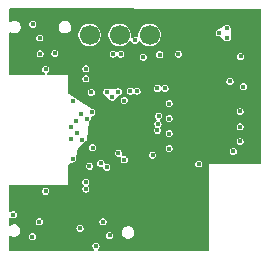
<source format=gbr>
%TF.GenerationSoftware,KiCad,Pcbnew,9.0.6-rc1*%
%TF.CreationDate,2025-11-21T10:50:25+01:00*%
%TF.ProjectId,hardware_V8,68617264-7761-4726-955f-56382e6b6963,rev?*%
%TF.SameCoordinates,Original*%
%TF.FileFunction,Copper,L5,Inr*%
%TF.FilePolarity,Positive*%
%FSLAX46Y46*%
G04 Gerber Fmt 4.6, Leading zero omitted, Abs format (unit mm)*
G04 Created by KiCad (PCBNEW 9.0.6-rc1) date 2025-11-21 10:50:25*
%MOMM*%
%LPD*%
G01*
G04 APERTURE LIST*
%TA.AperFunction,ComponentPad*%
%ADD10C,0.800000*%
%TD*%
%TA.AperFunction,ComponentPad*%
%ADD11O,2.150000X1.000000*%
%TD*%
%TA.AperFunction,ComponentPad*%
%ADD12R,1.700000X1.700000*%
%TD*%
%TA.AperFunction,ComponentPad*%
%ADD13C,1.700000*%
%TD*%
%TA.AperFunction,ViaPad*%
%ADD14C,0.400000*%
%TD*%
G04 APERTURE END LIST*
D10*
%TO.N,GND*%
%TO.C,J1*%
X117250000Y-101770000D03*
X117250000Y-93570000D03*
D11*
X116950000Y-103320000D03*
X116950000Y-92020000D03*
X112950000Y-103320000D03*
X112950000Y-92020000D03*
%TD*%
D12*
%TO.N,GND*%
%TO.C,J3*%
X126230000Y-89630000D03*
D13*
%TO.N,3.3V_AUX*%
X123690000Y-89630000D03*
%TO.N,/OLED_SCL*%
X121150000Y-89630000D03*
%TO.N,/OLED_SDA*%
X118610000Y-89630000D03*
%TD*%
D14*
%TO.N,GND*%
X132050000Y-100290000D03*
X131240000Y-100300000D03*
X130550000Y-100300000D03*
X129870000Y-100300000D03*
X129180000Y-100300000D03*
X128530000Y-100300000D03*
%TO.N,/SPI_CS*%
X127857500Y-100550000D03*
%TO.N,3.3V_AUX*%
X129580000Y-89450000D03*
%TO.N,/OLED_SCL*%
X130270000Y-89880000D03*
%TO.N,/OLED_SDA*%
X130260000Y-89050000D03*
%TO.N,GND*%
X132830000Y-100290000D03*
X132830000Y-99590000D03*
X132830000Y-98890000D03*
X132830000Y-98190000D03*
X132830000Y-97490000D03*
X132830000Y-96790000D03*
X132830000Y-96090000D03*
X132830000Y-95390000D03*
X132830000Y-94690000D03*
X132830000Y-93990000D03*
X132830000Y-93290000D03*
X132830000Y-92590000D03*
X132830000Y-91890000D03*
X132830000Y-91190000D03*
X132830000Y-90490000D03*
X132830000Y-89790000D03*
X132830000Y-89090000D03*
X132830000Y-88390000D03*
X132830000Y-87690000D03*
X125160000Y-107610000D03*
X127880000Y-104230000D03*
X127940000Y-107610000D03*
X125100000Y-104220000D03*
X128340000Y-102920000D03*
X128330000Y-102310000D03*
X128340000Y-101660000D03*
X128350000Y-101040000D03*
%TO.N,+3.3V*%
X124400000Y-97180000D03*
X113770000Y-106720000D03*
X124550000Y-91300000D03*
X118600000Y-100750000D03*
X122450000Y-90100000D03*
X118750000Y-94500000D03*
X123950000Y-99800000D03*
X120300000Y-106600000D03*
X113800000Y-88720000D03*
%TO.N,vusb*%
X118300000Y-102100000D03*
X118300000Y-102670000D03*
X117200000Y-100100000D03*
X117200000Y-95240000D03*
%TO.N,/B2*%
X119750000Y-105450000D03*
X120060000Y-100830000D03*
%TO.N,/B1*%
X119560000Y-100500000D03*
X114350000Y-105450000D03*
%TO.N,/AUX_EN*%
X122630000Y-94390000D03*
X126127500Y-91240000D03*
%TO.N,3.3V_AUX*%
X125350000Y-97980000D03*
X125350000Y-99250000D03*
%TO.N,Net-(J1-CC1)*%
X114890000Y-102862500D03*
%TO.N,Net-(J1-CC2)*%
X114900000Y-92547500D03*
%TO.N,Net-(U1-PB5)*%
X121050000Y-99650000D03*
X115670000Y-91200000D03*
%TO.N,/B_PW*%
X124450000Y-96500000D03*
X114390000Y-89880000D03*
%TO.N,Net-(U1-PB6)*%
X121550000Y-100200000D03*
X114420000Y-91220000D03*
%TO.N,BAT+*%
X117800000Y-106000000D03*
X131400000Y-91450000D03*
X130500000Y-93550000D03*
%TO.N,Net-(IC4-V_BCKP)*%
X123150000Y-91500000D03*
%TO.N,3.3V_GPS*%
X124350000Y-94150000D03*
X125000000Y-94150000D03*
%TO.N,/NRST*%
X131350000Y-98650000D03*
X124350000Y-97700000D03*
%TO.N,/D+*%
X117450000Y-96920000D03*
X117550000Y-97920000D03*
%TO.N,/D-*%
X117070000Y-97410000D03*
X117070000Y-98430000D03*
%TO.N,Net-(IC4-RXD)*%
X121250000Y-91250000D03*
%TO.N,Net-(IC4-TXD)*%
X120600000Y-91250000D03*
%TO.N,/OLED_SCL*%
X118300000Y-93350000D03*
X118350000Y-96750000D03*
%TO.N,/OLED_SDA*%
X117900000Y-96350000D03*
X118300000Y-92500000D03*
%TO.N,/SPI_CS*%
X120050000Y-94460000D03*
X130770000Y-99490000D03*
%TO.N,/SWCLK*%
X131350000Y-97400000D03*
X118865000Y-99180000D03*
%TO.N,/SWDIO*%
X117970000Y-98500000D03*
X131350000Y-96100000D03*
%TO.N,/SPI_MISO*%
X121550000Y-95190000D03*
X131640000Y-94000000D03*
%TO.N,/SPI_CLK*%
X122060000Y-94390000D03*
X125350000Y-96710000D03*
%TO.N,/SPI_MOSI*%
X121050000Y-94450000D03*
X125350000Y-95440000D03*
%TO.N,GND*%
X128200000Y-97345000D03*
X124150000Y-94750000D03*
X125500000Y-94550000D03*
X112190000Y-89760000D03*
X117200000Y-100950000D03*
X117050000Y-107200000D03*
X129665000Y-87630000D03*
X121910000Y-87630000D03*
X126700000Y-99245000D03*
X119802500Y-95930000D03*
X131050000Y-95440000D03*
X121302500Y-95930000D03*
X126050000Y-94550000D03*
X121180000Y-107450000D03*
X131780000Y-87630000D03*
X119802500Y-97430000D03*
X130370000Y-87630000D03*
X122650000Y-104250000D03*
X117900000Y-107400000D03*
X119850000Y-89790000D03*
X117050000Y-106300000D03*
X124025000Y-87630000D03*
X122802500Y-97430000D03*
X124730000Y-87630000D03*
X115410000Y-91790000D03*
X120400000Y-90650000D03*
X119700000Y-90950000D03*
X124870000Y-100100000D03*
X125435000Y-87630000D03*
X113125000Y-105450000D03*
X119080000Y-104700000D03*
X131400000Y-92410000D03*
X112040000Y-87630000D03*
X122440000Y-89500000D03*
X119795000Y-87630000D03*
X127550000Y-87630000D03*
X119780000Y-107460000D03*
X118230000Y-105430000D03*
X122650000Y-103560000D03*
X115350000Y-106200000D03*
X114860000Y-87630000D03*
X120500000Y-87630000D03*
X124870000Y-103560000D03*
X118930000Y-99810000D03*
X123320000Y-87630000D03*
X126140000Y-87630000D03*
X126700000Y-97345000D03*
X114092500Y-107400000D03*
X122650000Y-107010000D03*
X121970000Y-107430000D03*
X115400000Y-103650000D03*
X128200000Y-99245000D03*
X126700000Y-95445000D03*
X121515000Y-103800000D03*
X114440000Y-91790000D03*
X112500000Y-107400000D03*
X119090000Y-87630000D03*
X112200000Y-91120000D03*
X120975000Y-105450000D03*
X128290000Y-94120000D03*
X114155000Y-87630000D03*
X124950000Y-90190000D03*
X125630000Y-102270000D03*
X124130000Y-103560000D03*
X120460000Y-107450000D03*
X122802500Y-95930000D03*
X112190000Y-90420000D03*
X129700000Y-99245000D03*
X116380000Y-89810000D03*
X128960000Y-87630000D03*
X126845000Y-87630000D03*
X117680000Y-87630000D03*
X129100000Y-90550000D03*
X122615000Y-87630000D03*
X115030000Y-88630000D03*
X131075000Y-87630000D03*
X127550000Y-90550000D03*
X121302500Y-97430000D03*
X125600000Y-102850000D03*
X116975000Y-87630000D03*
X122650000Y-107700000D03*
X114400000Y-103650000D03*
X117350000Y-89800000D03*
X125312500Y-91240000D03*
X121205000Y-87630000D03*
X118385000Y-87630000D03*
X122802500Y-98930000D03*
X128200000Y-95445000D03*
X122650000Y-106320000D03*
X125610000Y-103560000D03*
X119802500Y-98930000D03*
X122650000Y-104940000D03*
X122650000Y-105630000D03*
X131350000Y-94800000D03*
X121302500Y-98930000D03*
X117200000Y-94390000D03*
X128255000Y-87630000D03*
X120970000Y-106340000D03*
X123390000Y-103560000D03*
X121507500Y-104500000D03*
%TO.N,Net-(IC5-~{CHRG})*%
X112150000Y-104850000D03*
X119150000Y-107500000D03*
%TO.N,/GPS_EXTINT*%
X118800000Y-96180000D03*
%TO.N,/ADC_BAT*%
X120540000Y-94890000D03*
%TD*%
%TA.AperFunction,Conductor*%
%TO.N,GND*%
G36*
X133025615Y-87400291D02*
G01*
X133092636Y-87420038D01*
X133138342Y-87472884D01*
X133149500Y-87524291D01*
X133149500Y-100456000D01*
X133129815Y-100523039D01*
X133077011Y-100568794D01*
X133025500Y-100580000D01*
X128760000Y-100580000D01*
X128760000Y-107835500D01*
X128740315Y-107902539D01*
X128687511Y-107948294D01*
X128636000Y-107959500D01*
X119414344Y-107959500D01*
X119347305Y-107939815D01*
X119301550Y-107887011D01*
X119291606Y-107817853D01*
X119320631Y-107754297D01*
X119328984Y-107746427D01*
X119328764Y-107746207D01*
X119334511Y-107740460D01*
X119390460Y-107684511D01*
X119430021Y-107615989D01*
X119450500Y-107539562D01*
X119450500Y-107460438D01*
X119430021Y-107384011D01*
X119430017Y-107384004D01*
X119390464Y-107315495D01*
X119390458Y-107315487D01*
X119334512Y-107259541D01*
X119334504Y-107259535D01*
X119265995Y-107219982D01*
X119265990Y-107219979D01*
X119240513Y-107213152D01*
X119189562Y-107199500D01*
X119110438Y-107199500D01*
X119072224Y-107209739D01*
X119034009Y-107219979D01*
X119034004Y-107219982D01*
X118965495Y-107259535D01*
X118965487Y-107259541D01*
X118909541Y-107315487D01*
X118909535Y-107315495D01*
X118869982Y-107384004D01*
X118869979Y-107384009D01*
X118856326Y-107434962D01*
X118849500Y-107460438D01*
X118849500Y-107539562D01*
X118863152Y-107590513D01*
X118869979Y-107615990D01*
X118869982Y-107615995D01*
X118909535Y-107684504D01*
X118909541Y-107684512D01*
X118971236Y-107746207D01*
X118969234Y-107748208D01*
X119002343Y-107793547D01*
X119006501Y-107863292D01*
X118972292Y-107924214D01*
X118910576Y-107956970D01*
X118885656Y-107959500D01*
X111894500Y-107959500D01*
X111827461Y-107939815D01*
X111781706Y-107887011D01*
X111770500Y-107835500D01*
X111770500Y-106759164D01*
X111790185Y-106692125D01*
X111842989Y-106646370D01*
X111912147Y-106636426D01*
X111956499Y-106651776D01*
X112022164Y-106689688D01*
X112155817Y-106725500D01*
X112155819Y-106725500D01*
X112294181Y-106725500D01*
X112294183Y-106725500D01*
X112427836Y-106689688D01*
X112443858Y-106680438D01*
X113469500Y-106680438D01*
X113469500Y-106759562D01*
X113483152Y-106810513D01*
X113489979Y-106835990D01*
X113489982Y-106835995D01*
X113529535Y-106904504D01*
X113529539Y-106904509D01*
X113529540Y-106904511D01*
X113585489Y-106960460D01*
X113585491Y-106960461D01*
X113585495Y-106960464D01*
X113654004Y-107000017D01*
X113654011Y-107000021D01*
X113730438Y-107020500D01*
X113730440Y-107020500D01*
X113809560Y-107020500D01*
X113809562Y-107020500D01*
X113885989Y-107000021D01*
X113954511Y-106960460D01*
X114010460Y-106904511D01*
X114050021Y-106835989D01*
X114070500Y-106759562D01*
X114070500Y-106680438D01*
X114050021Y-106604011D01*
X114024865Y-106560439D01*
X114024864Y-106560438D01*
X119999500Y-106560438D01*
X119999500Y-106639562D01*
X120010453Y-106680438D01*
X120019979Y-106715990D01*
X120019982Y-106715995D01*
X120059535Y-106784504D01*
X120059539Y-106784509D01*
X120059540Y-106784511D01*
X120115489Y-106840460D01*
X120115491Y-106840461D01*
X120115495Y-106840464D01*
X120176180Y-106875500D01*
X120184011Y-106880021D01*
X120260438Y-106900500D01*
X120260440Y-106900500D01*
X120339560Y-106900500D01*
X120339562Y-106900500D01*
X120415989Y-106880021D01*
X120484511Y-106840460D01*
X120540460Y-106784511D01*
X120580021Y-106715989D01*
X120600500Y-106639562D01*
X120600500Y-106560438D01*
X120580021Y-106484011D01*
X120577437Y-106479535D01*
X120540464Y-106415495D01*
X120540458Y-106415487D01*
X120484512Y-106359541D01*
X120484504Y-106359535D01*
X120415995Y-106319982D01*
X120415990Y-106319979D01*
X120390513Y-106313152D01*
X120339562Y-106299500D01*
X120260438Y-106299500D01*
X120222224Y-106309739D01*
X120184009Y-106319979D01*
X120184004Y-106319982D01*
X120115495Y-106359535D01*
X120115487Y-106359541D01*
X120059541Y-106415487D01*
X120059535Y-106415495D01*
X120019982Y-106484004D01*
X120019979Y-106484009D01*
X120009621Y-106522665D01*
X119999500Y-106560438D01*
X114024864Y-106560438D01*
X114010464Y-106535495D01*
X114010458Y-106535487D01*
X113954512Y-106479541D01*
X113954504Y-106479535D01*
X113885995Y-106439982D01*
X113885990Y-106439979D01*
X113860513Y-106433152D01*
X113809562Y-106419500D01*
X113730438Y-106419500D01*
X113692224Y-106429739D01*
X113654009Y-106439979D01*
X113654004Y-106439982D01*
X113585495Y-106479535D01*
X113585487Y-106479541D01*
X113529541Y-106535487D01*
X113529535Y-106535495D01*
X113489982Y-106604004D01*
X113489979Y-106604009D01*
X113481293Y-106636426D01*
X113469500Y-106680438D01*
X112443858Y-106680438D01*
X112547665Y-106620505D01*
X112645505Y-106522665D01*
X112714688Y-106402836D01*
X112750500Y-106269183D01*
X112750500Y-106130817D01*
X112714688Y-105997164D01*
X112693484Y-105960438D01*
X117499500Y-105960438D01*
X117499500Y-106039562D01*
X117513152Y-106090513D01*
X117519979Y-106115990D01*
X117519982Y-106115995D01*
X117559535Y-106184504D01*
X117559539Y-106184509D01*
X117559540Y-106184511D01*
X117615489Y-106240460D01*
X117615491Y-106240461D01*
X117615495Y-106240464D01*
X117665235Y-106269181D01*
X117684011Y-106280021D01*
X117760438Y-106300500D01*
X117760440Y-106300500D01*
X117839560Y-106300500D01*
X117839562Y-106300500D01*
X117913018Y-106280817D01*
X121349500Y-106280817D01*
X121349500Y-106419183D01*
X121380664Y-106535487D01*
X121385312Y-106552835D01*
X121385313Y-106552838D01*
X121454492Y-106672661D01*
X121454494Y-106672664D01*
X121454495Y-106672665D01*
X121552335Y-106770505D01*
X121672164Y-106839688D01*
X121805817Y-106875500D01*
X121805819Y-106875500D01*
X121944181Y-106875500D01*
X121944183Y-106875500D01*
X122077836Y-106839688D01*
X122197665Y-106770505D01*
X122295505Y-106672665D01*
X122364688Y-106552836D01*
X122400500Y-106419183D01*
X122400500Y-106280817D01*
X122364688Y-106147164D01*
X122295505Y-106027335D01*
X122197665Y-105929495D01*
X122197664Y-105929494D01*
X122197661Y-105929492D01*
X122077838Y-105860313D01*
X122077837Y-105860312D01*
X122077836Y-105860312D01*
X121944183Y-105824500D01*
X121805817Y-105824500D01*
X121672164Y-105860312D01*
X121672161Y-105860313D01*
X121552338Y-105929492D01*
X121552333Y-105929496D01*
X121454496Y-106027333D01*
X121454492Y-106027338D01*
X121385313Y-106147161D01*
X121385312Y-106147164D01*
X121349500Y-106280817D01*
X117913018Y-106280817D01*
X117915989Y-106280021D01*
X117984511Y-106240460D01*
X118040460Y-106184511D01*
X118080021Y-106115989D01*
X118100500Y-106039562D01*
X118100500Y-105960438D01*
X118080021Y-105884011D01*
X118076167Y-105877335D01*
X118040464Y-105815495D01*
X118040458Y-105815487D01*
X117984512Y-105759541D01*
X117984504Y-105759535D01*
X117915995Y-105719982D01*
X117915990Y-105719979D01*
X117890513Y-105713152D01*
X117839562Y-105699500D01*
X117760438Y-105699500D01*
X117722224Y-105709739D01*
X117684009Y-105719979D01*
X117684004Y-105719982D01*
X117615495Y-105759535D01*
X117615487Y-105759541D01*
X117559541Y-105815487D01*
X117559535Y-105815495D01*
X117519982Y-105884004D01*
X117519979Y-105884009D01*
X117507792Y-105929492D01*
X117499500Y-105960438D01*
X112693484Y-105960438D01*
X112675618Y-105929492D01*
X112645507Y-105877338D01*
X112645503Y-105877333D01*
X112547666Y-105779496D01*
X112547661Y-105779492D01*
X112427838Y-105710313D01*
X112427837Y-105710312D01*
X112427836Y-105710312D01*
X112294183Y-105674500D01*
X112155817Y-105674500D01*
X112022164Y-105710312D01*
X112022163Y-105710312D01*
X111956499Y-105748223D01*
X111888598Y-105764694D01*
X111822572Y-105741842D01*
X111779382Y-105686920D01*
X111770500Y-105640835D01*
X111770500Y-105410438D01*
X114049500Y-105410438D01*
X114049500Y-105489562D01*
X114063152Y-105540513D01*
X114069979Y-105565990D01*
X114069982Y-105565995D01*
X114109535Y-105634504D01*
X114109539Y-105634509D01*
X114109540Y-105634511D01*
X114165489Y-105690460D01*
X114165491Y-105690461D01*
X114165495Y-105690464D01*
X114216623Y-105719982D01*
X114234011Y-105730021D01*
X114310438Y-105750500D01*
X114310440Y-105750500D01*
X114389560Y-105750500D01*
X114389562Y-105750500D01*
X114465989Y-105730021D01*
X114534511Y-105690460D01*
X114590460Y-105634511D01*
X114630021Y-105565989D01*
X114650500Y-105489562D01*
X114650500Y-105410438D01*
X119449500Y-105410438D01*
X119449500Y-105489562D01*
X119463152Y-105540513D01*
X119469979Y-105565990D01*
X119469982Y-105565995D01*
X119509535Y-105634504D01*
X119509539Y-105634509D01*
X119509540Y-105634511D01*
X119565489Y-105690460D01*
X119565491Y-105690461D01*
X119565495Y-105690464D01*
X119616623Y-105719982D01*
X119634011Y-105730021D01*
X119710438Y-105750500D01*
X119710440Y-105750500D01*
X119789560Y-105750500D01*
X119789562Y-105750500D01*
X119865989Y-105730021D01*
X119934511Y-105690460D01*
X119990460Y-105634511D01*
X120030021Y-105565989D01*
X120050500Y-105489562D01*
X120050500Y-105410438D01*
X120030021Y-105334011D01*
X120030017Y-105334004D01*
X119990464Y-105265495D01*
X119990458Y-105265487D01*
X119934512Y-105209541D01*
X119934504Y-105209535D01*
X119865995Y-105169982D01*
X119865990Y-105169979D01*
X119840513Y-105163152D01*
X119789562Y-105149500D01*
X119710438Y-105149500D01*
X119672224Y-105159739D01*
X119634009Y-105169979D01*
X119634004Y-105169982D01*
X119565495Y-105209535D01*
X119565487Y-105209541D01*
X119509541Y-105265487D01*
X119509535Y-105265495D01*
X119469982Y-105334004D01*
X119469979Y-105334009D01*
X119456326Y-105384962D01*
X119449500Y-105410438D01*
X114650500Y-105410438D01*
X114630021Y-105334011D01*
X114630017Y-105334004D01*
X114590464Y-105265495D01*
X114590458Y-105265487D01*
X114534512Y-105209541D01*
X114534504Y-105209535D01*
X114465995Y-105169982D01*
X114465990Y-105169979D01*
X114440513Y-105163152D01*
X114389562Y-105149500D01*
X114310438Y-105149500D01*
X114272224Y-105159739D01*
X114234009Y-105169979D01*
X114234004Y-105169982D01*
X114165495Y-105209535D01*
X114165487Y-105209541D01*
X114109541Y-105265487D01*
X114109535Y-105265495D01*
X114069982Y-105334004D01*
X114069979Y-105334009D01*
X114056326Y-105384962D01*
X114049500Y-105410438D01*
X111770500Y-105410438D01*
X111770500Y-105192286D01*
X111790185Y-105125247D01*
X111842989Y-105079492D01*
X111912147Y-105069548D01*
X111957213Y-105088538D01*
X111958450Y-105086397D01*
X112025742Y-105125247D01*
X112034011Y-105130021D01*
X112110438Y-105150500D01*
X112110440Y-105150500D01*
X112189560Y-105150500D01*
X112189562Y-105150500D01*
X112265989Y-105130021D01*
X112334511Y-105090460D01*
X112390460Y-105034511D01*
X112430021Y-104965989D01*
X112450500Y-104889562D01*
X112450500Y-104810438D01*
X112430021Y-104734011D01*
X112430017Y-104734004D01*
X112390464Y-104665495D01*
X112390458Y-104665487D01*
X112334512Y-104609541D01*
X112334504Y-104609535D01*
X112265995Y-104569982D01*
X112265990Y-104569979D01*
X112240513Y-104563152D01*
X112189562Y-104549500D01*
X112110438Y-104549500D01*
X112072224Y-104559739D01*
X112034009Y-104569979D01*
X112034004Y-104569982D01*
X111958450Y-104613603D01*
X111957008Y-104611106D01*
X111904815Y-104631283D01*
X111836370Y-104617244D01*
X111786382Y-104568429D01*
X111770500Y-104507713D01*
X111770500Y-102822938D01*
X114589500Y-102822938D01*
X114589500Y-102902062D01*
X114602350Y-102950017D01*
X114609979Y-102978490D01*
X114609982Y-102978495D01*
X114649535Y-103047004D01*
X114649539Y-103047009D01*
X114649540Y-103047011D01*
X114705489Y-103102960D01*
X114705491Y-103102961D01*
X114705495Y-103102964D01*
X114774004Y-103142517D01*
X114774011Y-103142521D01*
X114850438Y-103163000D01*
X114850440Y-103163000D01*
X114929560Y-103163000D01*
X114929562Y-103163000D01*
X115005989Y-103142521D01*
X115074511Y-103102960D01*
X115130460Y-103047011D01*
X115170021Y-102978489D01*
X115190500Y-102902062D01*
X115190500Y-102822938D01*
X115170021Y-102746511D01*
X115148689Y-102709562D01*
X115130464Y-102677995D01*
X115130458Y-102677987D01*
X115074512Y-102622041D01*
X115074504Y-102622035D01*
X115005995Y-102582482D01*
X115005990Y-102582479D01*
X114980513Y-102575652D01*
X114929562Y-102562000D01*
X114850438Y-102562000D01*
X114812224Y-102572239D01*
X114774009Y-102582479D01*
X114774004Y-102582482D01*
X114705495Y-102622035D01*
X114705487Y-102622041D01*
X114649541Y-102677987D01*
X114649535Y-102677995D01*
X114609982Y-102746504D01*
X114609979Y-102746509D01*
X114599401Y-102785989D01*
X114589500Y-102822938D01*
X111770500Y-102822938D01*
X111770500Y-102424500D01*
X111790185Y-102357461D01*
X111842989Y-102311706D01*
X111894500Y-102300500D01*
X116719989Y-102300500D01*
X116719991Y-102300500D01*
X116756929Y-102285200D01*
X116785200Y-102256929D01*
X116800500Y-102219991D01*
X116800500Y-102060438D01*
X117999500Y-102060438D01*
X117999500Y-102139562D01*
X118010338Y-102180009D01*
X118019979Y-102215990D01*
X118019982Y-102215995D01*
X118059535Y-102284504D01*
X118059541Y-102284512D01*
X118072348Y-102297319D01*
X118105833Y-102358642D01*
X118100849Y-102428334D01*
X118072348Y-102472681D01*
X118059541Y-102485487D01*
X118059535Y-102485495D01*
X118019982Y-102554004D01*
X118019979Y-102554009D01*
X118017838Y-102562000D01*
X117999500Y-102630438D01*
X117999500Y-102709562D01*
X118009399Y-102746504D01*
X118019979Y-102785990D01*
X118019982Y-102785995D01*
X118059535Y-102854504D01*
X118059539Y-102854509D01*
X118059540Y-102854511D01*
X118115489Y-102910460D01*
X118115491Y-102910461D01*
X118115495Y-102910464D01*
X118184004Y-102950017D01*
X118184011Y-102950021D01*
X118260438Y-102970500D01*
X118260440Y-102970500D01*
X118339560Y-102970500D01*
X118339562Y-102970500D01*
X118415989Y-102950021D01*
X118484511Y-102910460D01*
X118540460Y-102854511D01*
X118580021Y-102785989D01*
X118600500Y-102709562D01*
X118600500Y-102630438D01*
X118580021Y-102554011D01*
X118580017Y-102554004D01*
X118540464Y-102485495D01*
X118540458Y-102485487D01*
X118527652Y-102472681D01*
X118494167Y-102411358D01*
X118499151Y-102341666D01*
X118527652Y-102297319D01*
X118540460Y-102284511D01*
X118580021Y-102215989D01*
X118600500Y-102139562D01*
X118600500Y-102060438D01*
X118580021Y-101984011D01*
X118580017Y-101984004D01*
X118540464Y-101915495D01*
X118540458Y-101915487D01*
X118484512Y-101859541D01*
X118484504Y-101859535D01*
X118415995Y-101819982D01*
X118415990Y-101819979D01*
X118390513Y-101813152D01*
X118339562Y-101799500D01*
X118260438Y-101799500D01*
X118222224Y-101809739D01*
X118184009Y-101819979D01*
X118184004Y-101819982D01*
X118115495Y-101859535D01*
X118115487Y-101859541D01*
X118059541Y-101915487D01*
X118059535Y-101915495D01*
X118019982Y-101984004D01*
X118019979Y-101984009D01*
X118006326Y-102034962D01*
X117999500Y-102060438D01*
X116800500Y-102060438D01*
X116800500Y-100710438D01*
X118299500Y-100710438D01*
X118299500Y-100789562D01*
X118302001Y-100798895D01*
X118319979Y-100865990D01*
X118319982Y-100865995D01*
X118359535Y-100934504D01*
X118359539Y-100934509D01*
X118359540Y-100934511D01*
X118415489Y-100990460D01*
X118415491Y-100990461D01*
X118415495Y-100990464D01*
X118457148Y-101014512D01*
X118484011Y-101030021D01*
X118560438Y-101050500D01*
X118560440Y-101050500D01*
X118639560Y-101050500D01*
X118639562Y-101050500D01*
X118715989Y-101030021D01*
X118784511Y-100990460D01*
X118840460Y-100934511D01*
X118880021Y-100865989D01*
X118900500Y-100789562D01*
X118900500Y-100710438D01*
X118880021Y-100634011D01*
X118869616Y-100615989D01*
X118840464Y-100565495D01*
X118840458Y-100565487D01*
X118784512Y-100509541D01*
X118784504Y-100509535D01*
X118715995Y-100469982D01*
X118715990Y-100469979D01*
X118680382Y-100460438D01*
X119259500Y-100460438D01*
X119259500Y-100539562D01*
X119266449Y-100565495D01*
X119279979Y-100615990D01*
X119279982Y-100615995D01*
X119319535Y-100684504D01*
X119319539Y-100684509D01*
X119319540Y-100684511D01*
X119375489Y-100740460D01*
X119375491Y-100740461D01*
X119375495Y-100740464D01*
X119444004Y-100780017D01*
X119444011Y-100780021D01*
X119520438Y-100800500D01*
X119520440Y-100800500D01*
X119599560Y-100800500D01*
X119599562Y-100800500D01*
X119611742Y-100797236D01*
X119681589Y-100798895D01*
X119739454Y-100838054D01*
X119763613Y-100884914D01*
X119779977Y-100945984D01*
X119779982Y-100945995D01*
X119819535Y-101014504D01*
X119819539Y-101014509D01*
X119819540Y-101014511D01*
X119875489Y-101070460D01*
X119875491Y-101070461D01*
X119875495Y-101070464D01*
X119944004Y-101110017D01*
X119944011Y-101110021D01*
X120020438Y-101130500D01*
X120020440Y-101130500D01*
X120099560Y-101130500D01*
X120099562Y-101130500D01*
X120175989Y-101110021D01*
X120244511Y-101070460D01*
X120300460Y-101014511D01*
X120340021Y-100945989D01*
X120360500Y-100869562D01*
X120360500Y-100790438D01*
X120340021Y-100714011D01*
X120332966Y-100701791D01*
X120300464Y-100645495D01*
X120300458Y-100645487D01*
X120244512Y-100589541D01*
X120244504Y-100589535D01*
X120175995Y-100549982D01*
X120175990Y-100549979D01*
X120137113Y-100539562D01*
X120099562Y-100529500D01*
X120020438Y-100529500D01*
X120020437Y-100529500D01*
X120008253Y-100532765D01*
X119938403Y-100531102D01*
X119907873Y-100510438D01*
X127557000Y-100510438D01*
X127557000Y-100589562D01*
X127568910Y-100634009D01*
X127577479Y-100665990D01*
X127577482Y-100665995D01*
X127617035Y-100734504D01*
X127617039Y-100734509D01*
X127617040Y-100734511D01*
X127672989Y-100790460D01*
X127672991Y-100790461D01*
X127672995Y-100790464D01*
X127741504Y-100830017D01*
X127741511Y-100830021D01*
X127817938Y-100850500D01*
X127817940Y-100850500D01*
X127897060Y-100850500D01*
X127897062Y-100850500D01*
X127973489Y-100830021D01*
X128042011Y-100790460D01*
X128097960Y-100734511D01*
X128137521Y-100665989D01*
X128158000Y-100589562D01*
X128158000Y-100510438D01*
X128137521Y-100434011D01*
X128108943Y-100384512D01*
X128097964Y-100365495D01*
X128097958Y-100365487D01*
X128042012Y-100309541D01*
X128042004Y-100309535D01*
X127973495Y-100269982D01*
X127973490Y-100269979D01*
X127948013Y-100263152D01*
X127897062Y-100249500D01*
X127817938Y-100249500D01*
X127780488Y-100259535D01*
X127741509Y-100269979D01*
X127741504Y-100269982D01*
X127672995Y-100309535D01*
X127672987Y-100309541D01*
X127617041Y-100365487D01*
X127617035Y-100365495D01*
X127577482Y-100434004D01*
X127577479Y-100434009D01*
X127570397Y-100460439D01*
X127557000Y-100510438D01*
X119907873Y-100510438D01*
X119880541Y-100491939D01*
X119856386Y-100445087D01*
X119840021Y-100384011D01*
X119829331Y-100365495D01*
X119800464Y-100315495D01*
X119800458Y-100315487D01*
X119744512Y-100259541D01*
X119744504Y-100259535D01*
X119675995Y-100219982D01*
X119675990Y-100219979D01*
X119650513Y-100213152D01*
X119599562Y-100199500D01*
X119520438Y-100199500D01*
X119482224Y-100209739D01*
X119444009Y-100219979D01*
X119444004Y-100219982D01*
X119375495Y-100259535D01*
X119375487Y-100259541D01*
X119319541Y-100315487D01*
X119319535Y-100315495D01*
X119279982Y-100384004D01*
X119279979Y-100384009D01*
X119271775Y-100414629D01*
X119259500Y-100460438D01*
X118680382Y-100460438D01*
X118639562Y-100449500D01*
X118560438Y-100449500D01*
X118522224Y-100459739D01*
X118484009Y-100469979D01*
X118484004Y-100469982D01*
X118415495Y-100509535D01*
X118415487Y-100509541D01*
X118359541Y-100565487D01*
X118359535Y-100565495D01*
X118319982Y-100634004D01*
X118319979Y-100634009D01*
X118311410Y-100665989D01*
X118299500Y-100710438D01*
X116800500Y-100710438D01*
X116800500Y-100701791D01*
X116820185Y-100634752D01*
X116871982Y-100589462D01*
X117320000Y-100380000D01*
X117320000Y-100379999D01*
X117323988Y-100378135D01*
X117339206Y-100366615D01*
X117384511Y-100340460D01*
X117440460Y-100284511D01*
X117480021Y-100215989D01*
X117500500Y-100139562D01*
X117500500Y-100060438D01*
X117499111Y-100055258D01*
X117496773Y-100001613D01*
X117499791Y-99984511D01*
X117565804Y-99610438D01*
X120749500Y-99610438D01*
X120749500Y-99689562D01*
X120757714Y-99720215D01*
X120769979Y-99765990D01*
X120769982Y-99765995D01*
X120809535Y-99834504D01*
X120809539Y-99834509D01*
X120809540Y-99834511D01*
X120865489Y-99890460D01*
X120865491Y-99890461D01*
X120865495Y-99890464D01*
X120916623Y-99919982D01*
X120934011Y-99930021D01*
X121010438Y-99950500D01*
X121010440Y-99950500D01*
X121089561Y-99950500D01*
X121089562Y-99950500D01*
X121115018Y-99943679D01*
X121184868Y-99945340D01*
X121242731Y-99984502D01*
X121270236Y-100048730D01*
X121266888Y-100095546D01*
X121249500Y-100160438D01*
X121249500Y-100239562D01*
X121257651Y-100269982D01*
X121269979Y-100315990D01*
X121269982Y-100315995D01*
X121309535Y-100384504D01*
X121309539Y-100384509D01*
X121309540Y-100384511D01*
X121365489Y-100440460D01*
X121365491Y-100440461D01*
X121365495Y-100440464D01*
X121416623Y-100469982D01*
X121434011Y-100480021D01*
X121510438Y-100500500D01*
X121510440Y-100500500D01*
X121589560Y-100500500D01*
X121589562Y-100500500D01*
X121665989Y-100480021D01*
X121734511Y-100440460D01*
X121790460Y-100384511D01*
X121830021Y-100315989D01*
X121850500Y-100239562D01*
X121850500Y-100160438D01*
X121830021Y-100084011D01*
X121809652Y-100048730D01*
X121790464Y-100015495D01*
X121790458Y-100015487D01*
X121734512Y-99959541D01*
X121734504Y-99959535D01*
X121665995Y-99919982D01*
X121665990Y-99919979D01*
X121640513Y-99913152D01*
X121589562Y-99899500D01*
X121510438Y-99899500D01*
X121503892Y-99901254D01*
X121484977Y-99906322D01*
X121478906Y-99906177D01*
X121473447Y-99908829D01*
X121444388Y-99905354D01*
X121415127Y-99904657D01*
X121410100Y-99901254D01*
X121404072Y-99900534D01*
X121381500Y-99881896D01*
X121357265Y-99865493D01*
X121354875Y-99859912D01*
X121350195Y-99856048D01*
X121341283Y-99828168D01*
X121329763Y-99801264D01*
X121330296Y-99793799D01*
X121328921Y-99789495D01*
X121332396Y-99760438D01*
X123649500Y-99760438D01*
X123649500Y-99839562D01*
X123660844Y-99881896D01*
X123669979Y-99915990D01*
X123669982Y-99915995D01*
X123709535Y-99984504D01*
X123709539Y-99984509D01*
X123709540Y-99984511D01*
X123765489Y-100040460D01*
X123765491Y-100040461D01*
X123765495Y-100040464D01*
X123800092Y-100060438D01*
X123834011Y-100080021D01*
X123910438Y-100100500D01*
X123910440Y-100100500D01*
X123989560Y-100100500D01*
X123989562Y-100100500D01*
X124065989Y-100080021D01*
X124134511Y-100040460D01*
X124190460Y-99984511D01*
X124230021Y-99915989D01*
X124250500Y-99839562D01*
X124250500Y-99760438D01*
X124230021Y-99684011D01*
X124224532Y-99674504D01*
X124190464Y-99615495D01*
X124190458Y-99615487D01*
X124134512Y-99559541D01*
X124134504Y-99559535D01*
X124065995Y-99519982D01*
X124065990Y-99519979D01*
X124040513Y-99513152D01*
X123989562Y-99499500D01*
X123910438Y-99499500D01*
X123872224Y-99509739D01*
X123834009Y-99519979D01*
X123834004Y-99519982D01*
X123765495Y-99559535D01*
X123765487Y-99559541D01*
X123709541Y-99615487D01*
X123709535Y-99615495D01*
X123669982Y-99684004D01*
X123669979Y-99684009D01*
X123660278Y-99720214D01*
X123649500Y-99760438D01*
X121332396Y-99760438D01*
X121333111Y-99754455D01*
X121350500Y-99689562D01*
X121350500Y-99610438D01*
X121330021Y-99534011D01*
X121327451Y-99529560D01*
X121290464Y-99465495D01*
X121290458Y-99465487D01*
X121234512Y-99409541D01*
X121234504Y-99409535D01*
X121165995Y-99369982D01*
X121165990Y-99369979D01*
X121140513Y-99363152D01*
X121089562Y-99349500D01*
X121010438Y-99349500D01*
X120972224Y-99359739D01*
X120934009Y-99369979D01*
X120934004Y-99369982D01*
X120865495Y-99409535D01*
X120865487Y-99409541D01*
X120809541Y-99465487D01*
X120809535Y-99465495D01*
X120769982Y-99534004D01*
X120769979Y-99534009D01*
X120763138Y-99559540D01*
X120749500Y-99610438D01*
X117565804Y-99610438D01*
X117632051Y-99235039D01*
X117643595Y-99211754D01*
X117651529Y-99187005D01*
X117661050Y-99176548D01*
X117663086Y-99172442D01*
X117675284Y-99160914D01*
X117700124Y-99140438D01*
X118564500Y-99140438D01*
X118564500Y-99219562D01*
X118572533Y-99249540D01*
X118584979Y-99295990D01*
X118584982Y-99295995D01*
X118624535Y-99364504D01*
X118624539Y-99364509D01*
X118624540Y-99364511D01*
X118680489Y-99420460D01*
X118680491Y-99420461D01*
X118680495Y-99420464D01*
X118732414Y-99450439D01*
X118749011Y-99460021D01*
X118825438Y-99480500D01*
X118825440Y-99480500D01*
X118904560Y-99480500D01*
X118904562Y-99480500D01*
X118980989Y-99460021D01*
X119049511Y-99420460D01*
X119105460Y-99364511D01*
X119145021Y-99295989D01*
X119165500Y-99219562D01*
X119165500Y-99210438D01*
X125049500Y-99210438D01*
X125049500Y-99289562D01*
X125063152Y-99340513D01*
X125069979Y-99365990D01*
X125069982Y-99365995D01*
X125109535Y-99434504D01*
X125109539Y-99434509D01*
X125109540Y-99434511D01*
X125165489Y-99490460D01*
X125165491Y-99490461D01*
X125165495Y-99490464D01*
X125233216Y-99529562D01*
X125234011Y-99530021D01*
X125310438Y-99550500D01*
X125310440Y-99550500D01*
X125389560Y-99550500D01*
X125389562Y-99550500D01*
X125465989Y-99530021D01*
X125534511Y-99490460D01*
X125574533Y-99450438D01*
X130469500Y-99450438D01*
X130469500Y-99529562D01*
X130477533Y-99559540D01*
X130489979Y-99605990D01*
X130489982Y-99605995D01*
X130529535Y-99674504D01*
X130529539Y-99674509D01*
X130529540Y-99674511D01*
X130585489Y-99730460D01*
X130585491Y-99730461D01*
X130585495Y-99730464D01*
X130637414Y-99760439D01*
X130654011Y-99770021D01*
X130730438Y-99790500D01*
X130730440Y-99790500D01*
X130809560Y-99790500D01*
X130809562Y-99790500D01*
X130885989Y-99770021D01*
X130954511Y-99730460D01*
X131010460Y-99674511D01*
X131050021Y-99605989D01*
X131070500Y-99529562D01*
X131070500Y-99450438D01*
X131050021Y-99374011D01*
X131035870Y-99349500D01*
X131010464Y-99305495D01*
X131010458Y-99305487D01*
X130954512Y-99249541D01*
X130954504Y-99249535D01*
X130885995Y-99209982D01*
X130885990Y-99209979D01*
X130860513Y-99203152D01*
X130809562Y-99189500D01*
X130730438Y-99189500D01*
X130692224Y-99199739D01*
X130654009Y-99209979D01*
X130654004Y-99209982D01*
X130585495Y-99249535D01*
X130585487Y-99249541D01*
X130529541Y-99305487D01*
X130529535Y-99305495D01*
X130489982Y-99374004D01*
X130489979Y-99374009D01*
X130477533Y-99420458D01*
X130469500Y-99450438D01*
X125574533Y-99450438D01*
X125590460Y-99434511D01*
X125630021Y-99365989D01*
X125650500Y-99289562D01*
X125650500Y-99210438D01*
X125630021Y-99134011D01*
X125630017Y-99134004D01*
X125590464Y-99065495D01*
X125590458Y-99065487D01*
X125534512Y-99009541D01*
X125534504Y-99009535D01*
X125465995Y-98969982D01*
X125465990Y-98969979D01*
X125440513Y-98963152D01*
X125389562Y-98949500D01*
X125310438Y-98949500D01*
X125272224Y-98959739D01*
X125234009Y-98969979D01*
X125234004Y-98969982D01*
X125165495Y-99009535D01*
X125165487Y-99009541D01*
X125109541Y-99065487D01*
X125109535Y-99065495D01*
X125069982Y-99134004D01*
X125069979Y-99134009D01*
X125062772Y-99160908D01*
X125049500Y-99210438D01*
X119165500Y-99210438D01*
X119165500Y-99140438D01*
X119145021Y-99064011D01*
X119145017Y-99064004D01*
X119105464Y-98995495D01*
X119105458Y-98995487D01*
X119049512Y-98939541D01*
X119049504Y-98939535D01*
X118980995Y-98899982D01*
X118980990Y-98899979D01*
X118945457Y-98890458D01*
X118904562Y-98879500D01*
X118825438Y-98879500D01*
X118787224Y-98889739D01*
X118749009Y-98899979D01*
X118749004Y-98899982D01*
X118680495Y-98939535D01*
X118680487Y-98939541D01*
X118624541Y-98995487D01*
X118624535Y-98995495D01*
X118584982Y-99064004D01*
X118584979Y-99064009D01*
X118584581Y-99065495D01*
X118564500Y-99140438D01*
X117700124Y-99140438D01*
X118343075Y-98610438D01*
X131049500Y-98610438D01*
X131049500Y-98689562D01*
X131063152Y-98740513D01*
X131069979Y-98765990D01*
X131069982Y-98765995D01*
X131109535Y-98834504D01*
X131109539Y-98834509D01*
X131109540Y-98834511D01*
X131165489Y-98890460D01*
X131165491Y-98890461D01*
X131165495Y-98890464D01*
X131234004Y-98930017D01*
X131234011Y-98930021D01*
X131310438Y-98950500D01*
X131310440Y-98950500D01*
X131389560Y-98950500D01*
X131389562Y-98950500D01*
X131465989Y-98930021D01*
X131534511Y-98890460D01*
X131590460Y-98834511D01*
X131630021Y-98765989D01*
X131650500Y-98689562D01*
X131650500Y-98610438D01*
X131630021Y-98534011D01*
X131630017Y-98534004D01*
X131590464Y-98465495D01*
X131590458Y-98465487D01*
X131534512Y-98409541D01*
X131534504Y-98409535D01*
X131465995Y-98369982D01*
X131465990Y-98369979D01*
X131440513Y-98363152D01*
X131389562Y-98349500D01*
X131310438Y-98349500D01*
X131272224Y-98359739D01*
X131234009Y-98369979D01*
X131234004Y-98369982D01*
X131165495Y-98409535D01*
X131165487Y-98409541D01*
X131109541Y-98465487D01*
X131109535Y-98465495D01*
X131069982Y-98534004D01*
X131069979Y-98534009D01*
X131057656Y-98580000D01*
X131049500Y-98610438D01*
X118343075Y-98610438D01*
X118380000Y-98580000D01*
X118493526Y-97660438D01*
X124049500Y-97660438D01*
X124049500Y-97739562D01*
X124063152Y-97790513D01*
X124069979Y-97815990D01*
X124069982Y-97815995D01*
X124109535Y-97884504D01*
X124109539Y-97884509D01*
X124109540Y-97884511D01*
X124165489Y-97940460D01*
X124165491Y-97940461D01*
X124165495Y-97940464D01*
X124234004Y-97980017D01*
X124234011Y-97980021D01*
X124310438Y-98000500D01*
X124310440Y-98000500D01*
X124389560Y-98000500D01*
X124389562Y-98000500D01*
X124465989Y-97980021D01*
X124534511Y-97940460D01*
X124534533Y-97940438D01*
X125049500Y-97940438D01*
X125049500Y-98019562D01*
X125063152Y-98070513D01*
X125069979Y-98095990D01*
X125069982Y-98095995D01*
X125109535Y-98164504D01*
X125109539Y-98164509D01*
X125109540Y-98164511D01*
X125165489Y-98220460D01*
X125165491Y-98220461D01*
X125165495Y-98220464D01*
X125234004Y-98260017D01*
X125234011Y-98260021D01*
X125310438Y-98280500D01*
X125310440Y-98280500D01*
X125389560Y-98280500D01*
X125389562Y-98280500D01*
X125465989Y-98260021D01*
X125534511Y-98220460D01*
X125590460Y-98164511D01*
X125630021Y-98095989D01*
X125650500Y-98019562D01*
X125650500Y-97940438D01*
X125630021Y-97864011D01*
X125602297Y-97815991D01*
X125590464Y-97795495D01*
X125590458Y-97795487D01*
X125534512Y-97739541D01*
X125534504Y-97739535D01*
X125465995Y-97699982D01*
X125465990Y-97699979D01*
X125440513Y-97693152D01*
X125389562Y-97679500D01*
X125310438Y-97679500D01*
X125272224Y-97689739D01*
X125234009Y-97699979D01*
X125234004Y-97699982D01*
X125165495Y-97739535D01*
X125165487Y-97739541D01*
X125109541Y-97795487D01*
X125109535Y-97795495D01*
X125069982Y-97864004D01*
X125069979Y-97864009D01*
X125056326Y-97914962D01*
X125049500Y-97940438D01*
X124534533Y-97940438D01*
X124590460Y-97884511D01*
X124630021Y-97815989D01*
X124650500Y-97739562D01*
X124650500Y-97660438D01*
X124630021Y-97584011D01*
X124601072Y-97533870D01*
X124584600Y-97465972D01*
X124606290Y-97401606D01*
X124612731Y-97392239D01*
X124640460Y-97364511D01*
X124642812Y-97360438D01*
X131049500Y-97360438D01*
X131049500Y-97439562D01*
X131056577Y-97465972D01*
X131069979Y-97515990D01*
X131069982Y-97515995D01*
X131109535Y-97584504D01*
X131109539Y-97584509D01*
X131109540Y-97584511D01*
X131165489Y-97640460D01*
X131165491Y-97640461D01*
X131165495Y-97640464D01*
X131233109Y-97679500D01*
X131234011Y-97680021D01*
X131310438Y-97700500D01*
X131310440Y-97700500D01*
X131389560Y-97700500D01*
X131389562Y-97700500D01*
X131465989Y-97680021D01*
X131534511Y-97640460D01*
X131590460Y-97584511D01*
X131630021Y-97515989D01*
X131650500Y-97439562D01*
X131650500Y-97360438D01*
X131630021Y-97284011D01*
X131592812Y-97219562D01*
X131590464Y-97215495D01*
X131590458Y-97215487D01*
X131534512Y-97159541D01*
X131534504Y-97159535D01*
X131465995Y-97119982D01*
X131465990Y-97119979D01*
X131440513Y-97113152D01*
X131389562Y-97099500D01*
X131310438Y-97099500D01*
X131272224Y-97109739D01*
X131234009Y-97119979D01*
X131234004Y-97119982D01*
X131165495Y-97159535D01*
X131165487Y-97159541D01*
X131109541Y-97215487D01*
X131109535Y-97215495D01*
X131069982Y-97284004D01*
X131069979Y-97284009D01*
X131056326Y-97334962D01*
X131049500Y-97360438D01*
X124642812Y-97360438D01*
X124680021Y-97295989D01*
X124700500Y-97219562D01*
X124700500Y-97140438D01*
X124680021Y-97064011D01*
X124649127Y-97010500D01*
X124640464Y-96995495D01*
X124640458Y-96995487D01*
X124590869Y-96945898D01*
X124557384Y-96884575D01*
X124562368Y-96814883D01*
X124604240Y-96758950D01*
X124616551Y-96750830D01*
X124634504Y-96740464D01*
X124634503Y-96740464D01*
X124634511Y-96740460D01*
X124690460Y-96684511D01*
X124698585Y-96670438D01*
X125049500Y-96670438D01*
X125049500Y-96749562D01*
X125049840Y-96750830D01*
X125069979Y-96825990D01*
X125069982Y-96825995D01*
X125109535Y-96894504D01*
X125109539Y-96894509D01*
X125109540Y-96894511D01*
X125165489Y-96950460D01*
X125165491Y-96950461D01*
X125165495Y-96950464D01*
X125228196Y-96986664D01*
X125234011Y-96990021D01*
X125310438Y-97010500D01*
X125310440Y-97010500D01*
X125389560Y-97010500D01*
X125389562Y-97010500D01*
X125465989Y-96990021D01*
X125534511Y-96950460D01*
X125590460Y-96894511D01*
X125630021Y-96825989D01*
X125650500Y-96749562D01*
X125650500Y-96670438D01*
X125630021Y-96594011D01*
X125598584Y-96539560D01*
X125590464Y-96525495D01*
X125590458Y-96525487D01*
X125534512Y-96469541D01*
X125534504Y-96469535D01*
X125465995Y-96429982D01*
X125465990Y-96429979D01*
X125430457Y-96420458D01*
X125389562Y-96409500D01*
X125310438Y-96409500D01*
X125272224Y-96419739D01*
X125234009Y-96429979D01*
X125234004Y-96429982D01*
X125165495Y-96469535D01*
X125165487Y-96469541D01*
X125109541Y-96525487D01*
X125109535Y-96525495D01*
X125069982Y-96594004D01*
X125069979Y-96594009D01*
X125064089Y-96615992D01*
X125049500Y-96670438D01*
X124698585Y-96670438D01*
X124730021Y-96615989D01*
X124750500Y-96539562D01*
X124750500Y-96460438D01*
X124730021Y-96384011D01*
X124718759Y-96364504D01*
X124690464Y-96315495D01*
X124690458Y-96315487D01*
X124634512Y-96259541D01*
X124634504Y-96259535D01*
X124565995Y-96219982D01*
X124565990Y-96219979D01*
X124540513Y-96213152D01*
X124489562Y-96199500D01*
X124410438Y-96199500D01*
X124372224Y-96209739D01*
X124334009Y-96219979D01*
X124334004Y-96219982D01*
X124265495Y-96259535D01*
X124265487Y-96259541D01*
X124209541Y-96315487D01*
X124209535Y-96315495D01*
X124169982Y-96384004D01*
X124169979Y-96384009D01*
X124163149Y-96409500D01*
X124149500Y-96460438D01*
X124149500Y-96539562D01*
X124163152Y-96590513D01*
X124169979Y-96615990D01*
X124169982Y-96615995D01*
X124209535Y-96684504D01*
X124209541Y-96684512D01*
X124259130Y-96734101D01*
X124292615Y-96795424D01*
X124287631Y-96865116D01*
X124245759Y-96921049D01*
X124233454Y-96929167D01*
X124215490Y-96939539D01*
X124215487Y-96939541D01*
X124159541Y-96995487D01*
X124159535Y-96995495D01*
X124119982Y-97064004D01*
X124119979Y-97064009D01*
X124106326Y-97114962D01*
X124099500Y-97140438D01*
X124099500Y-97219562D01*
X124113152Y-97270513D01*
X124119979Y-97295990D01*
X124119980Y-97295991D01*
X124148926Y-97346127D01*
X124165399Y-97414027D01*
X124142546Y-97480054D01*
X124129222Y-97495807D01*
X124109538Y-97515491D01*
X124109535Y-97515495D01*
X124069982Y-97584004D01*
X124069979Y-97584009D01*
X124056326Y-97634962D01*
X124049500Y-97660438D01*
X118493526Y-97660438D01*
X118576708Y-96986663D01*
X118594032Y-96937090D01*
X118603857Y-96921049D01*
X118855071Y-96510902D01*
X118906872Y-96464018D01*
X118913362Y-96461109D01*
X118915986Y-96460021D01*
X118915989Y-96460021D01*
X118915991Y-96460019D01*
X118915993Y-96460019D01*
X118984504Y-96420464D01*
X118984503Y-96420464D01*
X118984511Y-96420460D01*
X119040460Y-96364511D01*
X119080021Y-96295989D01*
X119100500Y-96219562D01*
X119100500Y-96140438D01*
X119080021Y-96064011D01*
X119077958Y-96060438D01*
X131049500Y-96060438D01*
X131049500Y-96139562D01*
X131063152Y-96190513D01*
X131069979Y-96215990D01*
X131069982Y-96215995D01*
X131109535Y-96284504D01*
X131109539Y-96284509D01*
X131109540Y-96284511D01*
X131165489Y-96340460D01*
X131165491Y-96340461D01*
X131165495Y-96340464D01*
X131207148Y-96364512D01*
X131234011Y-96380021D01*
X131310438Y-96400500D01*
X131310440Y-96400500D01*
X131389560Y-96400500D01*
X131389562Y-96400500D01*
X131465989Y-96380021D01*
X131534511Y-96340460D01*
X131590460Y-96284511D01*
X131630021Y-96215989D01*
X131650500Y-96139562D01*
X131650500Y-96060438D01*
X131630021Y-95984011D01*
X131630017Y-95984004D01*
X131590464Y-95915495D01*
X131590458Y-95915487D01*
X131534512Y-95859541D01*
X131534504Y-95859535D01*
X131465995Y-95819982D01*
X131465990Y-95819979D01*
X131440513Y-95813152D01*
X131389562Y-95799500D01*
X131310438Y-95799500D01*
X131272224Y-95809739D01*
X131234009Y-95819979D01*
X131234004Y-95819982D01*
X131165495Y-95859535D01*
X131165487Y-95859541D01*
X131109541Y-95915487D01*
X131109535Y-95915495D01*
X131069982Y-95984004D01*
X131069979Y-95984009D01*
X131056326Y-96034962D01*
X131049500Y-96060438D01*
X119077958Y-96060438D01*
X119040464Y-95995495D01*
X119040458Y-95995487D01*
X118984512Y-95939541D01*
X118984504Y-95939535D01*
X118915995Y-95899982D01*
X118915990Y-95899979D01*
X118839559Y-95879499D01*
X118831503Y-95878439D01*
X118831919Y-95875278D01*
X118780999Y-95860691D01*
X117370790Y-94980493D01*
X117369303Y-94979551D01*
X116857357Y-94649822D01*
X116851475Y-94643021D01*
X116843297Y-94639286D01*
X116828978Y-94617005D01*
X116811654Y-94596972D01*
X116809385Y-94586518D01*
X116805523Y-94580508D01*
X116800500Y-94545573D01*
X116800500Y-94460438D01*
X118449500Y-94460438D01*
X118449500Y-94539562D01*
X118460472Y-94580508D01*
X118469979Y-94615990D01*
X118469982Y-94615995D01*
X118509535Y-94684504D01*
X118509539Y-94684509D01*
X118509540Y-94684511D01*
X118565489Y-94740460D01*
X118565491Y-94740461D01*
X118565495Y-94740464D01*
X118634004Y-94780017D01*
X118634011Y-94780021D01*
X118710438Y-94800500D01*
X118710440Y-94800500D01*
X118789560Y-94800500D01*
X118789562Y-94800500D01*
X118865989Y-94780021D01*
X118934511Y-94740460D01*
X118990460Y-94684511D01*
X119030021Y-94615989D01*
X119050500Y-94539562D01*
X119050500Y-94460438D01*
X119039782Y-94420438D01*
X119749500Y-94420438D01*
X119749500Y-94499562D01*
X119751224Y-94505995D01*
X119769979Y-94575990D01*
X119769982Y-94575995D01*
X119809535Y-94644504D01*
X119809539Y-94644509D01*
X119809540Y-94644511D01*
X119865489Y-94700460D01*
X119934011Y-94740021D01*
X119934013Y-94740021D01*
X119938935Y-94742863D01*
X119963643Y-94761607D01*
X120330000Y-95120000D01*
X120330001Y-95119999D01*
X120338565Y-95123047D01*
X120358998Y-95132485D01*
X120424011Y-95170021D01*
X120500438Y-95190500D01*
X120500440Y-95190500D01*
X120579560Y-95190500D01*
X120579562Y-95190500D01*
X120655989Y-95170021D01*
X120689908Y-95150438D01*
X121249500Y-95150438D01*
X121249500Y-95229562D01*
X121256449Y-95255495D01*
X121269979Y-95305990D01*
X121269982Y-95305995D01*
X121309535Y-95374504D01*
X121309539Y-95374509D01*
X121309540Y-95374511D01*
X121365489Y-95430460D01*
X121365491Y-95430461D01*
X121365495Y-95430464D01*
X121434004Y-95470017D01*
X121434011Y-95470021D01*
X121510438Y-95490500D01*
X121510440Y-95490500D01*
X121589560Y-95490500D01*
X121589562Y-95490500D01*
X121665989Y-95470021D01*
X121734511Y-95430460D01*
X121764533Y-95400438D01*
X125049500Y-95400438D01*
X125049500Y-95479562D01*
X125052431Y-95490500D01*
X125069979Y-95555990D01*
X125069982Y-95555995D01*
X125109535Y-95624504D01*
X125109539Y-95624509D01*
X125109540Y-95624511D01*
X125165489Y-95680460D01*
X125165491Y-95680461D01*
X125165495Y-95680464D01*
X125234004Y-95720017D01*
X125234011Y-95720021D01*
X125310438Y-95740500D01*
X125310440Y-95740500D01*
X125389560Y-95740500D01*
X125389562Y-95740500D01*
X125465989Y-95720021D01*
X125534511Y-95680460D01*
X125590460Y-95624511D01*
X125630021Y-95555989D01*
X125650500Y-95479562D01*
X125650500Y-95400438D01*
X125630021Y-95324011D01*
X125619620Y-95305995D01*
X125590464Y-95255495D01*
X125590458Y-95255487D01*
X125534512Y-95199541D01*
X125534504Y-95199535D01*
X125465995Y-95159982D01*
X125465990Y-95159979D01*
X125430382Y-95150438D01*
X125389562Y-95139500D01*
X125310438Y-95139500D01*
X125272224Y-95149739D01*
X125234009Y-95159979D01*
X125234004Y-95159982D01*
X125165495Y-95199535D01*
X125165487Y-95199541D01*
X125109541Y-95255487D01*
X125109535Y-95255495D01*
X125069982Y-95324004D01*
X125069979Y-95324009D01*
X125068291Y-95330309D01*
X125049500Y-95400438D01*
X121764533Y-95400438D01*
X121790460Y-95374511D01*
X121798550Y-95360496D01*
X121815980Y-95330310D01*
X121815980Y-95330309D01*
X121819620Y-95324004D01*
X121830021Y-95305989D01*
X121850500Y-95229562D01*
X121850500Y-95150438D01*
X121830021Y-95074011D01*
X121818523Y-95054096D01*
X121790464Y-95005495D01*
X121790458Y-95005487D01*
X121734512Y-94949541D01*
X121734504Y-94949535D01*
X121665995Y-94909982D01*
X121665990Y-94909979D01*
X121640513Y-94903152D01*
X121589562Y-94889500D01*
X121510438Y-94889500D01*
X121472224Y-94899739D01*
X121434009Y-94909979D01*
X121434004Y-94909982D01*
X121365495Y-94949535D01*
X121365487Y-94949541D01*
X121309541Y-95005487D01*
X121309535Y-95005495D01*
X121269982Y-95074004D01*
X121269979Y-95074009D01*
X121257992Y-95118747D01*
X121249500Y-95150438D01*
X120689908Y-95150438D01*
X120724511Y-95130460D01*
X120780460Y-95074511D01*
X120780462Y-95074506D01*
X120783383Y-95070701D01*
X120798719Y-95054096D01*
X120803009Y-95050227D01*
X120881367Y-94979551D01*
X121135390Y-94750431D01*
X121159572Y-94735165D01*
X121158949Y-94734086D01*
X121217190Y-94700460D01*
X121234511Y-94690460D01*
X121290460Y-94634511D01*
X121330021Y-94565989D01*
X121350500Y-94489562D01*
X121350500Y-94410438D01*
X121334423Y-94350438D01*
X121759500Y-94350438D01*
X121759500Y-94429562D01*
X121767774Y-94460439D01*
X121779979Y-94505990D01*
X121779982Y-94505995D01*
X121819535Y-94574504D01*
X121819539Y-94574509D01*
X121819540Y-94574511D01*
X121875489Y-94630460D01*
X121875491Y-94630461D01*
X121875495Y-94630464D01*
X121909025Y-94649822D01*
X121944011Y-94670021D01*
X122020438Y-94690500D01*
X122020440Y-94690500D01*
X122099560Y-94690500D01*
X122099562Y-94690500D01*
X122175989Y-94670021D01*
X122244511Y-94630460D01*
X122257319Y-94617652D01*
X122318642Y-94584167D01*
X122388334Y-94589151D01*
X122432681Y-94617652D01*
X122445489Y-94630460D01*
X122445491Y-94630461D01*
X122445495Y-94630464D01*
X122479025Y-94649822D01*
X122514011Y-94670021D01*
X122590438Y-94690500D01*
X122590440Y-94690500D01*
X122669560Y-94690500D01*
X122669562Y-94690500D01*
X122745989Y-94670021D01*
X122814511Y-94630460D01*
X122870460Y-94574511D01*
X122910021Y-94505989D01*
X122930500Y-94429562D01*
X122930500Y-94350438D01*
X122910021Y-94274011D01*
X122890653Y-94240464D01*
X122870464Y-94205495D01*
X122870458Y-94205487D01*
X122814512Y-94149541D01*
X122814504Y-94149535D01*
X122746785Y-94110438D01*
X124049500Y-94110438D01*
X124049500Y-94189562D01*
X124057651Y-94219982D01*
X124069979Y-94265990D01*
X124069982Y-94265995D01*
X124109535Y-94334504D01*
X124109539Y-94334509D01*
X124109540Y-94334511D01*
X124165489Y-94390460D01*
X124165491Y-94390461D01*
X124165495Y-94390464D01*
X124233216Y-94429562D01*
X124234011Y-94430021D01*
X124310438Y-94450500D01*
X124310440Y-94450500D01*
X124389560Y-94450500D01*
X124389562Y-94450500D01*
X124465989Y-94430021D01*
X124534511Y-94390460D01*
X124587319Y-94337652D01*
X124648642Y-94304167D01*
X124718334Y-94309151D01*
X124762681Y-94337652D01*
X124815489Y-94390460D01*
X124815491Y-94390461D01*
X124815495Y-94390464D01*
X124883216Y-94429562D01*
X124884011Y-94430021D01*
X124960438Y-94450500D01*
X124960440Y-94450500D01*
X125039560Y-94450500D01*
X125039562Y-94450500D01*
X125115989Y-94430021D01*
X125184511Y-94390460D01*
X125240460Y-94334511D01*
X125280021Y-94265989D01*
X125300500Y-94189562D01*
X125300500Y-94110438D01*
X125280021Y-94034011D01*
X125255102Y-93990849D01*
X125240464Y-93965495D01*
X125240458Y-93965487D01*
X125235409Y-93960438D01*
X131339500Y-93960438D01*
X131339500Y-94039562D01*
X131352881Y-94089500D01*
X131359979Y-94115990D01*
X131359982Y-94115995D01*
X131399535Y-94184504D01*
X131399539Y-94184509D01*
X131399540Y-94184511D01*
X131455489Y-94240460D01*
X131455491Y-94240461D01*
X131455495Y-94240464D01*
X131499708Y-94265990D01*
X131524011Y-94280021D01*
X131600438Y-94300500D01*
X131600440Y-94300500D01*
X131679560Y-94300500D01*
X131679562Y-94300500D01*
X131755989Y-94280021D01*
X131824511Y-94240460D01*
X131880460Y-94184511D01*
X131920021Y-94115989D01*
X131940500Y-94039562D01*
X131940500Y-93960438D01*
X131920021Y-93884011D01*
X131920017Y-93884004D01*
X131880464Y-93815495D01*
X131880458Y-93815487D01*
X131824512Y-93759541D01*
X131824504Y-93759535D01*
X131755995Y-93719982D01*
X131755990Y-93719979D01*
X131730513Y-93713152D01*
X131679562Y-93699500D01*
X131600438Y-93699500D01*
X131562224Y-93709739D01*
X131524009Y-93719979D01*
X131524004Y-93719982D01*
X131455495Y-93759535D01*
X131455487Y-93759541D01*
X131399541Y-93815487D01*
X131399535Y-93815495D01*
X131359982Y-93884004D01*
X131359979Y-93884009D01*
X131353138Y-93909540D01*
X131339500Y-93960438D01*
X125235409Y-93960438D01*
X125184512Y-93909541D01*
X125184504Y-93909535D01*
X125115995Y-93869982D01*
X125115990Y-93869979D01*
X125090513Y-93863152D01*
X125039562Y-93849500D01*
X124960438Y-93849500D01*
X124922224Y-93859739D01*
X124884009Y-93869979D01*
X124884004Y-93869982D01*
X124815495Y-93909535D01*
X124815487Y-93909541D01*
X124762681Y-93962348D01*
X124701358Y-93995833D01*
X124631666Y-93990849D01*
X124587319Y-93962348D01*
X124534512Y-93909541D01*
X124534504Y-93909535D01*
X124465995Y-93869982D01*
X124465990Y-93869979D01*
X124440513Y-93863152D01*
X124389562Y-93849500D01*
X124310438Y-93849500D01*
X124272224Y-93859739D01*
X124234009Y-93869979D01*
X124234004Y-93869982D01*
X124165495Y-93909535D01*
X124165487Y-93909541D01*
X124109541Y-93965487D01*
X124109535Y-93965495D01*
X124069982Y-94034004D01*
X124069979Y-94034009D01*
X124056326Y-94084962D01*
X124049500Y-94110438D01*
X122746785Y-94110438D01*
X122745995Y-94109982D01*
X122745990Y-94109979D01*
X122720513Y-94103152D01*
X122669562Y-94089500D01*
X122590438Y-94089500D01*
X122552224Y-94099739D01*
X122514009Y-94109979D01*
X122514004Y-94109982D01*
X122445495Y-94149535D01*
X122445487Y-94149541D01*
X122432681Y-94162348D01*
X122371358Y-94195833D01*
X122301666Y-94190849D01*
X122257319Y-94162348D01*
X122244512Y-94149541D01*
X122244504Y-94149535D01*
X122175995Y-94109982D01*
X122175990Y-94109979D01*
X122150513Y-94103152D01*
X122099562Y-94089500D01*
X122020438Y-94089500D01*
X121982224Y-94099739D01*
X121944009Y-94109979D01*
X121944004Y-94109982D01*
X121875495Y-94149535D01*
X121875487Y-94149541D01*
X121819541Y-94205487D01*
X121819535Y-94205495D01*
X121779982Y-94274004D01*
X121779979Y-94274009D01*
X121770563Y-94309151D01*
X121759500Y-94350438D01*
X121334423Y-94350438D01*
X121330021Y-94334011D01*
X121319331Y-94315495D01*
X121290464Y-94265495D01*
X121290458Y-94265487D01*
X121234512Y-94209541D01*
X121234504Y-94209535D01*
X121165995Y-94169982D01*
X121165990Y-94169979D01*
X121137510Y-94162348D01*
X121089562Y-94149500D01*
X121010438Y-94149500D01*
X120962490Y-94162348D01*
X120934007Y-94169980D01*
X120929051Y-94172842D01*
X120865504Y-94189443D01*
X120184343Y-94180928D01*
X120153801Y-94176713D01*
X120089562Y-94159500D01*
X120010438Y-94159500D01*
X119972224Y-94169739D01*
X119934009Y-94179979D01*
X119934004Y-94179982D01*
X119865495Y-94219535D01*
X119865487Y-94219541D01*
X119809541Y-94275487D01*
X119809535Y-94275495D01*
X119769982Y-94344004D01*
X119769979Y-94344009D01*
X119761835Y-94374404D01*
X119749500Y-94420438D01*
X119039782Y-94420438D01*
X119030021Y-94384011D01*
X119030017Y-94384004D01*
X118990464Y-94315495D01*
X118990458Y-94315487D01*
X118934512Y-94259541D01*
X118934504Y-94259535D01*
X118865995Y-94219982D01*
X118865990Y-94219979D01*
X118840513Y-94213152D01*
X118789562Y-94199500D01*
X118710438Y-94199500D01*
X118672988Y-94209535D01*
X118634009Y-94219979D01*
X118634004Y-94219982D01*
X118565495Y-94259535D01*
X118565487Y-94259541D01*
X118509541Y-94315487D01*
X118509535Y-94315495D01*
X118469982Y-94384004D01*
X118469979Y-94384009D01*
X118462897Y-94410439D01*
X118449500Y-94460438D01*
X116800500Y-94460438D01*
X116800500Y-93310438D01*
X117999500Y-93310438D01*
X117999500Y-93389562D01*
X118011410Y-93434009D01*
X118019979Y-93465990D01*
X118019982Y-93465995D01*
X118059535Y-93534504D01*
X118059539Y-93534509D01*
X118059540Y-93534511D01*
X118115489Y-93590460D01*
X118115491Y-93590461D01*
X118115495Y-93590464D01*
X118184004Y-93630017D01*
X118184011Y-93630021D01*
X118260438Y-93650500D01*
X118260440Y-93650500D01*
X118339560Y-93650500D01*
X118339562Y-93650500D01*
X118415989Y-93630021D01*
X118484511Y-93590460D01*
X118540460Y-93534511D01*
X118554358Y-93510438D01*
X130199500Y-93510438D01*
X130199500Y-93589562D01*
X130199741Y-93590460D01*
X130219979Y-93665990D01*
X130219982Y-93665995D01*
X130259535Y-93734504D01*
X130259539Y-93734509D01*
X130259540Y-93734511D01*
X130315489Y-93790460D01*
X130315491Y-93790461D01*
X130315495Y-93790464D01*
X130384004Y-93830017D01*
X130384007Y-93830019D01*
X130384011Y-93830021D01*
X130460438Y-93850500D01*
X130460440Y-93850500D01*
X130539560Y-93850500D01*
X130539562Y-93850500D01*
X130615989Y-93830021D01*
X130684511Y-93790460D01*
X130740460Y-93734511D01*
X130780021Y-93665989D01*
X130800500Y-93589562D01*
X130800500Y-93510438D01*
X130780021Y-93434011D01*
X130780017Y-93434004D01*
X130740464Y-93365495D01*
X130740458Y-93365487D01*
X130684512Y-93309541D01*
X130684504Y-93309535D01*
X130615995Y-93269982D01*
X130615990Y-93269979D01*
X130590513Y-93263152D01*
X130539562Y-93249500D01*
X130460438Y-93249500D01*
X130422224Y-93259739D01*
X130384009Y-93269979D01*
X130384004Y-93269982D01*
X130315495Y-93309535D01*
X130315487Y-93309541D01*
X130259541Y-93365487D01*
X130259535Y-93365495D01*
X130219982Y-93434004D01*
X130219979Y-93434009D01*
X130211410Y-93465989D01*
X130199500Y-93510438D01*
X118554358Y-93510438D01*
X118580021Y-93465989D01*
X118600500Y-93389562D01*
X118600500Y-93310438D01*
X118580021Y-93234011D01*
X118558612Y-93196929D01*
X118540464Y-93165495D01*
X118540458Y-93165487D01*
X118484512Y-93109541D01*
X118484504Y-93109535D01*
X118415995Y-93069982D01*
X118415990Y-93069979D01*
X118390513Y-93063152D01*
X118339562Y-93049500D01*
X118260438Y-93049500D01*
X118222224Y-93059739D01*
X118184009Y-93069979D01*
X118184004Y-93069982D01*
X118115495Y-93109535D01*
X118115487Y-93109541D01*
X118059541Y-93165487D01*
X118059535Y-93165495D01*
X118019982Y-93234004D01*
X118019979Y-93234009D01*
X118010341Y-93269979D01*
X117999500Y-93310438D01*
X116800500Y-93310438D01*
X116800500Y-93120010D01*
X116800499Y-93120007D01*
X116796161Y-93109535D01*
X116785200Y-93083071D01*
X116756929Y-93054800D01*
X116756928Y-93054799D01*
X116719992Y-93039500D01*
X116719991Y-93039500D01*
X115111605Y-93039500D01*
X115044566Y-93019815D01*
X114998811Y-92967011D01*
X114988867Y-92897853D01*
X115017892Y-92834297D01*
X115049604Y-92808113D01*
X115084511Y-92787960D01*
X115140460Y-92732011D01*
X115180021Y-92663489D01*
X115200500Y-92587062D01*
X115200500Y-92507938D01*
X115187772Y-92460438D01*
X117999500Y-92460438D01*
X117999500Y-92539562D01*
X118012227Y-92587060D01*
X118019979Y-92615990D01*
X118019982Y-92615995D01*
X118059535Y-92684504D01*
X118059539Y-92684509D01*
X118059540Y-92684511D01*
X118115489Y-92740460D01*
X118115491Y-92740461D01*
X118115495Y-92740464D01*
X118184004Y-92780017D01*
X118184011Y-92780021D01*
X118260438Y-92800500D01*
X118260440Y-92800500D01*
X118339560Y-92800500D01*
X118339562Y-92800500D01*
X118415989Y-92780021D01*
X118484511Y-92740460D01*
X118540460Y-92684511D01*
X118580021Y-92615989D01*
X118600500Y-92539562D01*
X118600500Y-92460438D01*
X118580021Y-92384011D01*
X118580017Y-92384004D01*
X118540464Y-92315495D01*
X118540458Y-92315487D01*
X118484512Y-92259541D01*
X118484504Y-92259535D01*
X118415995Y-92219982D01*
X118415990Y-92219979D01*
X118390513Y-92213152D01*
X118339562Y-92199500D01*
X118260438Y-92199500D01*
X118222224Y-92209739D01*
X118184009Y-92219979D01*
X118184004Y-92219982D01*
X118115495Y-92259535D01*
X118115487Y-92259541D01*
X118059541Y-92315487D01*
X118059535Y-92315495D01*
X118019982Y-92384004D01*
X118019979Y-92384009D01*
X118007253Y-92431504D01*
X117999500Y-92460438D01*
X115187772Y-92460438D01*
X115180021Y-92431511D01*
X115152593Y-92384004D01*
X115140464Y-92362995D01*
X115140458Y-92362987D01*
X115084512Y-92307041D01*
X115084504Y-92307035D01*
X115015995Y-92267482D01*
X115015990Y-92267479D01*
X114990513Y-92260652D01*
X114939562Y-92247000D01*
X114860438Y-92247000D01*
X114822224Y-92257239D01*
X114784009Y-92267479D01*
X114784004Y-92267482D01*
X114715495Y-92307035D01*
X114715487Y-92307041D01*
X114659541Y-92362987D01*
X114659535Y-92362995D01*
X114619982Y-92431504D01*
X114619979Y-92431509D01*
X114606326Y-92482462D01*
X114599500Y-92507938D01*
X114599500Y-92587062D01*
X114607253Y-92615995D01*
X114619979Y-92663490D01*
X114619982Y-92663495D01*
X114659535Y-92732004D01*
X114659539Y-92732009D01*
X114659540Y-92732011D01*
X114715489Y-92787960D01*
X114750394Y-92808112D01*
X114798610Y-92858679D01*
X114811834Y-92927286D01*
X114785866Y-92992151D01*
X114728952Y-93032680D01*
X114688395Y-93039500D01*
X111894500Y-93039500D01*
X111827461Y-93019815D01*
X111781706Y-92967011D01*
X111770500Y-92915500D01*
X111770500Y-91180438D01*
X114119500Y-91180438D01*
X114119500Y-91259562D01*
X114121090Y-91265495D01*
X114139979Y-91335990D01*
X114139982Y-91335995D01*
X114179535Y-91404504D01*
X114179539Y-91404509D01*
X114179540Y-91404511D01*
X114235489Y-91460460D01*
X114235491Y-91460461D01*
X114235495Y-91460464D01*
X114304004Y-91500017D01*
X114304011Y-91500021D01*
X114380438Y-91520500D01*
X114380440Y-91520500D01*
X114459560Y-91520500D01*
X114459562Y-91520500D01*
X114535989Y-91500021D01*
X114604511Y-91460460D01*
X114660460Y-91404511D01*
X114700021Y-91335989D01*
X114720500Y-91259562D01*
X114720500Y-91180438D01*
X114715141Y-91160438D01*
X115369500Y-91160438D01*
X115369500Y-91239562D01*
X115376449Y-91265495D01*
X115389979Y-91315990D01*
X115389982Y-91315995D01*
X115429535Y-91384504D01*
X115429539Y-91384509D01*
X115429540Y-91384511D01*
X115485489Y-91440460D01*
X115485491Y-91440461D01*
X115485495Y-91440464D01*
X115520130Y-91460460D01*
X115554011Y-91480021D01*
X115630438Y-91500500D01*
X115630440Y-91500500D01*
X115709560Y-91500500D01*
X115709562Y-91500500D01*
X115785989Y-91480021D01*
X115854511Y-91440460D01*
X115910460Y-91384511D01*
X115950021Y-91315989D01*
X115970500Y-91239562D01*
X115970500Y-91210438D01*
X120299500Y-91210438D01*
X120299500Y-91289562D01*
X120311410Y-91334009D01*
X120319979Y-91365990D01*
X120319982Y-91365995D01*
X120359535Y-91434504D01*
X120359539Y-91434509D01*
X120359540Y-91434511D01*
X120415489Y-91490460D01*
X120415491Y-91490461D01*
X120415495Y-91490464D01*
X120466690Y-91520021D01*
X120484011Y-91530021D01*
X120560438Y-91550500D01*
X120560440Y-91550500D01*
X120639560Y-91550500D01*
X120639562Y-91550500D01*
X120715989Y-91530021D01*
X120784511Y-91490460D01*
X120837319Y-91437652D01*
X120898642Y-91404167D01*
X120968334Y-91409151D01*
X121012681Y-91437652D01*
X121065489Y-91490460D01*
X121065491Y-91490461D01*
X121065495Y-91490464D01*
X121116690Y-91520021D01*
X121134011Y-91530021D01*
X121210438Y-91550500D01*
X121210440Y-91550500D01*
X121289560Y-91550500D01*
X121289562Y-91550500D01*
X121365989Y-91530021D01*
X121434511Y-91490460D01*
X121464533Y-91460438D01*
X122849500Y-91460438D01*
X122849500Y-91539562D01*
X122856582Y-91565990D01*
X122869979Y-91615990D01*
X122869982Y-91615995D01*
X122909535Y-91684504D01*
X122909539Y-91684509D01*
X122909540Y-91684511D01*
X122965489Y-91740460D01*
X122965491Y-91740461D01*
X122965495Y-91740464D01*
X123034004Y-91780017D01*
X123034011Y-91780021D01*
X123110438Y-91800500D01*
X123110440Y-91800500D01*
X123189560Y-91800500D01*
X123189562Y-91800500D01*
X123265989Y-91780021D01*
X123334511Y-91740460D01*
X123390460Y-91684511D01*
X123430021Y-91615989D01*
X123450500Y-91539562D01*
X123450500Y-91460438D01*
X123430021Y-91384011D01*
X123390460Y-91315489D01*
X123335409Y-91260438D01*
X124249500Y-91260438D01*
X124249500Y-91339562D01*
X124261410Y-91384009D01*
X124269979Y-91415990D01*
X124269982Y-91415995D01*
X124309535Y-91484504D01*
X124309539Y-91484509D01*
X124309540Y-91484511D01*
X124365489Y-91540460D01*
X124365491Y-91540461D01*
X124365495Y-91540464D01*
X124409708Y-91565990D01*
X124434011Y-91580021D01*
X124510438Y-91600500D01*
X124510440Y-91600500D01*
X124589560Y-91600500D01*
X124589562Y-91600500D01*
X124665989Y-91580021D01*
X124734511Y-91540460D01*
X124790460Y-91484511D01*
X124830021Y-91415989D01*
X124850500Y-91339562D01*
X124850500Y-91260438D01*
X124834423Y-91200438D01*
X125827000Y-91200438D01*
X125827000Y-91279562D01*
X125837838Y-91320009D01*
X125847479Y-91355990D01*
X125847482Y-91355995D01*
X125887035Y-91424504D01*
X125887039Y-91424509D01*
X125887040Y-91424511D01*
X125942989Y-91480460D01*
X125942991Y-91480461D01*
X125942995Y-91480464D01*
X125977699Y-91500500D01*
X126011511Y-91520021D01*
X126087938Y-91540500D01*
X126087940Y-91540500D01*
X126167060Y-91540500D01*
X126167062Y-91540500D01*
X126243489Y-91520021D01*
X126312011Y-91480460D01*
X126367960Y-91424511D01*
X126376085Y-91410438D01*
X131099500Y-91410438D01*
X131099500Y-91489562D01*
X131107662Y-91520021D01*
X131119979Y-91565990D01*
X131119982Y-91565995D01*
X131159535Y-91634504D01*
X131159539Y-91634509D01*
X131159540Y-91634511D01*
X131215489Y-91690460D01*
X131215491Y-91690461D01*
X131215495Y-91690464D01*
X131284004Y-91730017D01*
X131284011Y-91730021D01*
X131360438Y-91750500D01*
X131360440Y-91750500D01*
X131439560Y-91750500D01*
X131439562Y-91750500D01*
X131515989Y-91730021D01*
X131584511Y-91690460D01*
X131640460Y-91634511D01*
X131680021Y-91565989D01*
X131700500Y-91489562D01*
X131700500Y-91410438D01*
X131680021Y-91334011D01*
X131669329Y-91315491D01*
X131640464Y-91265495D01*
X131640458Y-91265487D01*
X131584512Y-91209541D01*
X131584504Y-91209535D01*
X131515995Y-91169982D01*
X131515990Y-91169979D01*
X131480382Y-91160438D01*
X131439562Y-91149500D01*
X131360438Y-91149500D01*
X131322224Y-91159739D01*
X131284009Y-91169979D01*
X131284004Y-91169982D01*
X131215495Y-91209535D01*
X131215487Y-91209541D01*
X131159541Y-91265487D01*
X131159535Y-91265495D01*
X131119982Y-91334004D01*
X131119979Y-91334009D01*
X131114089Y-91355992D01*
X131099500Y-91410438D01*
X126376085Y-91410438D01*
X126407521Y-91355989D01*
X126428000Y-91279562D01*
X126428000Y-91200438D01*
X126407521Y-91124011D01*
X126373737Y-91065495D01*
X126367964Y-91055495D01*
X126367958Y-91055487D01*
X126312012Y-90999541D01*
X126312004Y-90999535D01*
X126243495Y-90959982D01*
X126243490Y-90959979D01*
X126218013Y-90953152D01*
X126167062Y-90939500D01*
X126087938Y-90939500D01*
X126050618Y-90949500D01*
X126011509Y-90959979D01*
X126011504Y-90959982D01*
X125942995Y-90999535D01*
X125942987Y-90999541D01*
X125887041Y-91055487D01*
X125887035Y-91055495D01*
X125847482Y-91124004D01*
X125847479Y-91124009D01*
X125844801Y-91134004D01*
X125827000Y-91200438D01*
X124834423Y-91200438D01*
X124830021Y-91184011D01*
X124827958Y-91180438D01*
X124790464Y-91115495D01*
X124790458Y-91115487D01*
X124734512Y-91059541D01*
X124734504Y-91059535D01*
X124665995Y-91019982D01*
X124665990Y-91019979D01*
X124640513Y-91013152D01*
X124589562Y-90999500D01*
X124510438Y-90999500D01*
X124472988Y-91009535D01*
X124434009Y-91019979D01*
X124434004Y-91019982D01*
X124365495Y-91059535D01*
X124365487Y-91059541D01*
X124309541Y-91115487D01*
X124309535Y-91115495D01*
X124269982Y-91184004D01*
X124269979Y-91184009D01*
X124262897Y-91210439D01*
X124249500Y-91260438D01*
X123335409Y-91260438D01*
X123334511Y-91259540D01*
X123334509Y-91259539D01*
X123334504Y-91259535D01*
X123265995Y-91219982D01*
X123265990Y-91219979D01*
X123230382Y-91210438D01*
X123189562Y-91199500D01*
X123110438Y-91199500D01*
X123072988Y-91209535D01*
X123034009Y-91219979D01*
X123034004Y-91219982D01*
X122965495Y-91259535D01*
X122965487Y-91259541D01*
X122909541Y-91315487D01*
X122909535Y-91315495D01*
X122869982Y-91384004D01*
X122869979Y-91384009D01*
X122856449Y-91434504D01*
X122849500Y-91460438D01*
X121464533Y-91460438D01*
X121490460Y-91434511D01*
X121504358Y-91410439D01*
X121515980Y-91390310D01*
X121515980Y-91390309D01*
X121519620Y-91384004D01*
X121530021Y-91365989D01*
X121550500Y-91289562D01*
X121550500Y-91210438D01*
X121530021Y-91134011D01*
X121524246Y-91124009D01*
X121490464Y-91065495D01*
X121490458Y-91065487D01*
X121434512Y-91009541D01*
X121434504Y-91009535D01*
X121365995Y-90969982D01*
X121365990Y-90969979D01*
X121340513Y-90963152D01*
X121289562Y-90949500D01*
X121210438Y-90949500D01*
X121172988Y-90959535D01*
X121134009Y-90969979D01*
X121134004Y-90969982D01*
X121065495Y-91009535D01*
X121065487Y-91009541D01*
X121012681Y-91062348D01*
X120951358Y-91095833D01*
X120881666Y-91090849D01*
X120837319Y-91062348D01*
X120784512Y-91009541D01*
X120784504Y-91009535D01*
X120715995Y-90969982D01*
X120715990Y-90969979D01*
X120690513Y-90963152D01*
X120639562Y-90949500D01*
X120560438Y-90949500D01*
X120522988Y-90959535D01*
X120484009Y-90969979D01*
X120484004Y-90969982D01*
X120415495Y-91009535D01*
X120415487Y-91009541D01*
X120359541Y-91065487D01*
X120359535Y-91065495D01*
X120319982Y-91134004D01*
X120319979Y-91134009D01*
X120312897Y-91160439D01*
X120299500Y-91210438D01*
X115970500Y-91210438D01*
X115970500Y-91160438D01*
X115950021Y-91084011D01*
X115939331Y-91065495D01*
X115910464Y-91015495D01*
X115910458Y-91015487D01*
X115854512Y-90959541D01*
X115854504Y-90959535D01*
X115785995Y-90919982D01*
X115785990Y-90919979D01*
X115760513Y-90913152D01*
X115709562Y-90899500D01*
X115630438Y-90899500D01*
X115592224Y-90909739D01*
X115554009Y-90919979D01*
X115554004Y-90919982D01*
X115485495Y-90959535D01*
X115485487Y-90959541D01*
X115429541Y-91015487D01*
X115429535Y-91015495D01*
X115389982Y-91084004D01*
X115389979Y-91084009D01*
X115379263Y-91124004D01*
X115369500Y-91160438D01*
X114715141Y-91160438D01*
X114700021Y-91104011D01*
X114700017Y-91104004D01*
X114660464Y-91035495D01*
X114660458Y-91035487D01*
X114604512Y-90979541D01*
X114604504Y-90979535D01*
X114535995Y-90939982D01*
X114535990Y-90939979D01*
X114510513Y-90933152D01*
X114459562Y-90919500D01*
X114380438Y-90919500D01*
X114342224Y-90929739D01*
X114304009Y-90939979D01*
X114304004Y-90939982D01*
X114235495Y-90979535D01*
X114235487Y-90979541D01*
X114179541Y-91035487D01*
X114179535Y-91035495D01*
X114139982Y-91104004D01*
X114139979Y-91104009D01*
X114134620Y-91124009D01*
X114119500Y-91180438D01*
X111770500Y-91180438D01*
X111770500Y-89840438D01*
X114089500Y-89840438D01*
X114089500Y-89919562D01*
X114103152Y-89970513D01*
X114109979Y-89995990D01*
X114109982Y-89995995D01*
X114149535Y-90064504D01*
X114149539Y-90064509D01*
X114149540Y-90064511D01*
X114205489Y-90120460D01*
X114205491Y-90120461D01*
X114205495Y-90120464D01*
X114268539Y-90156862D01*
X114274011Y-90160021D01*
X114350438Y-90180500D01*
X114350440Y-90180500D01*
X114429560Y-90180500D01*
X114429562Y-90180500D01*
X114505989Y-90160021D01*
X114574511Y-90120460D01*
X114630460Y-90064511D01*
X114670021Y-89995989D01*
X114690500Y-89919562D01*
X114690500Y-89840438D01*
X114670021Y-89764011D01*
X114670017Y-89764004D01*
X114630464Y-89695495D01*
X114630458Y-89695487D01*
X114574512Y-89639541D01*
X114574504Y-89639535D01*
X114505995Y-89599982D01*
X114505990Y-89599979D01*
X114480513Y-89593152D01*
X114429562Y-89579500D01*
X114350438Y-89579500D01*
X114312224Y-89589739D01*
X114274009Y-89599979D01*
X114274004Y-89599982D01*
X114205495Y-89639535D01*
X114205487Y-89639541D01*
X114149541Y-89695487D01*
X114149535Y-89695495D01*
X114109982Y-89764004D01*
X114109979Y-89764009D01*
X114096326Y-89814962D01*
X114089500Y-89840438D01*
X111770500Y-89840438D01*
X111770500Y-89536379D01*
X117659500Y-89536379D01*
X117659500Y-89723620D01*
X117696025Y-89907243D01*
X117696027Y-89907251D01*
X117767676Y-90080228D01*
X117767681Y-90080237D01*
X117871697Y-90235907D01*
X117871700Y-90235911D01*
X118004088Y-90368299D01*
X118004092Y-90368302D01*
X118159762Y-90472318D01*
X118159768Y-90472321D01*
X118159769Y-90472322D01*
X118332749Y-90543973D01*
X118516379Y-90580499D01*
X118516383Y-90580500D01*
X118516384Y-90580500D01*
X118703617Y-90580500D01*
X118703618Y-90580499D01*
X118887251Y-90543973D01*
X119060231Y-90472322D01*
X119215908Y-90368302D01*
X119348302Y-90235908D01*
X119452322Y-90080231D01*
X119523973Y-89907251D01*
X119560500Y-89723616D01*
X119560500Y-89536384D01*
X119560499Y-89536379D01*
X120199500Y-89536379D01*
X120199500Y-89723620D01*
X120236025Y-89907243D01*
X120236027Y-89907251D01*
X120307676Y-90080228D01*
X120307681Y-90080237D01*
X120411697Y-90235907D01*
X120411700Y-90235911D01*
X120544088Y-90368299D01*
X120544092Y-90368302D01*
X120699762Y-90472318D01*
X120699768Y-90472321D01*
X120699769Y-90472322D01*
X120872749Y-90543973D01*
X121056379Y-90580499D01*
X121056383Y-90580500D01*
X121056384Y-90580500D01*
X121243617Y-90580500D01*
X121243618Y-90580499D01*
X121427251Y-90543973D01*
X121600231Y-90472322D01*
X121755908Y-90368302D01*
X121888302Y-90235908D01*
X121921704Y-90185918D01*
X121941119Y-90156862D01*
X121994731Y-90112057D01*
X122064056Y-90103350D01*
X122127083Y-90133504D01*
X122163803Y-90192947D01*
X122163941Y-90193456D01*
X122169979Y-90215989D01*
X122169980Y-90215991D01*
X122169982Y-90215995D01*
X122209535Y-90284504D01*
X122209539Y-90284509D01*
X122209540Y-90284511D01*
X122265489Y-90340460D01*
X122265491Y-90340461D01*
X122265495Y-90340464D01*
X122313713Y-90368302D01*
X122334011Y-90380021D01*
X122410438Y-90400500D01*
X122410440Y-90400500D01*
X122489560Y-90400500D01*
X122489562Y-90400500D01*
X122565989Y-90380021D01*
X122634511Y-90340460D01*
X122690460Y-90284511D01*
X122726903Y-90221388D01*
X122777469Y-90173174D01*
X122846076Y-90159950D01*
X122910941Y-90185918D01*
X122937392Y-90214498D01*
X122951697Y-90235908D01*
X123084088Y-90368299D01*
X123084092Y-90368302D01*
X123239762Y-90472318D01*
X123239768Y-90472321D01*
X123239769Y-90472322D01*
X123412749Y-90543973D01*
X123596379Y-90580499D01*
X123596383Y-90580500D01*
X123596384Y-90580500D01*
X123783617Y-90580500D01*
X123783618Y-90580499D01*
X123967251Y-90543973D01*
X124140231Y-90472322D01*
X124295908Y-90368302D01*
X124428302Y-90235908D01*
X124532322Y-90080231D01*
X124603973Y-89907251D01*
X124640500Y-89723616D01*
X124640500Y-89536384D01*
X124631187Y-89489562D01*
X124618644Y-89426501D01*
X124615449Y-89410438D01*
X129279500Y-89410438D01*
X129279500Y-89489562D01*
X129283771Y-89505500D01*
X129299979Y-89565990D01*
X129299982Y-89565995D01*
X129339535Y-89634504D01*
X129339539Y-89634509D01*
X129339540Y-89634511D01*
X129395489Y-89690460D01*
X129395491Y-89690461D01*
X129395495Y-89690464D01*
X129452915Y-89723615D01*
X129464011Y-89730021D01*
X129512890Y-89743118D01*
X129549576Y-89759717D01*
X130030347Y-90080231D01*
X130064871Y-90103247D01*
X130083769Y-90118740D01*
X130085489Y-90120460D01*
X130085491Y-90120461D01*
X130085495Y-90120464D01*
X130148539Y-90156862D01*
X130154011Y-90160021D01*
X130230438Y-90180500D01*
X130230440Y-90180500D01*
X130309560Y-90180500D01*
X130309562Y-90180500D01*
X130385989Y-90160021D01*
X130454511Y-90120460D01*
X130510460Y-90064511D01*
X130550021Y-89995989D01*
X130570500Y-89919562D01*
X130570500Y-89840438D01*
X130570500Y-89840310D01*
X130569468Y-89825900D01*
X130568834Y-89773309D01*
X130560509Y-89082247D01*
X130560500Y-89080753D01*
X130560500Y-89010439D01*
X130560500Y-89010438D01*
X130540021Y-88934011D01*
X130522990Y-88904512D01*
X130500464Y-88865495D01*
X130500458Y-88865487D01*
X130444512Y-88809541D01*
X130444504Y-88809535D01*
X130375995Y-88769982D01*
X130375990Y-88769979D01*
X130337113Y-88759562D01*
X130299562Y-88749500D01*
X130220438Y-88749500D01*
X130182894Y-88759560D01*
X130144009Y-88769979D01*
X130144004Y-88769982D01*
X130075488Y-88809539D01*
X130034587Y-88850440D01*
X130009930Y-88869548D01*
X129546096Y-89143286D01*
X129515169Y-89156270D01*
X129464012Y-89169978D01*
X129464007Y-89169980D01*
X129395492Y-89209537D01*
X129395487Y-89209541D01*
X129339541Y-89265487D01*
X129339535Y-89265495D01*
X129299982Y-89334004D01*
X129299979Y-89334009D01*
X129294956Y-89352756D01*
X129279500Y-89410438D01*
X124615449Y-89410438D01*
X124603974Y-89352754D01*
X124603973Y-89352753D01*
X124603973Y-89352749D01*
X124533593Y-89182838D01*
X124532323Y-89179771D01*
X124532318Y-89179762D01*
X124428302Y-89024092D01*
X124428299Y-89024088D01*
X124295911Y-88891700D01*
X124295907Y-88891697D01*
X124140237Y-88787681D01*
X124140228Y-88787676D01*
X123967251Y-88716027D01*
X123967243Y-88716025D01*
X123783620Y-88679500D01*
X123783616Y-88679500D01*
X123596384Y-88679500D01*
X123596379Y-88679500D01*
X123412756Y-88716025D01*
X123412748Y-88716027D01*
X123239771Y-88787676D01*
X123239762Y-88787681D01*
X123084092Y-88891697D01*
X123084088Y-88891700D01*
X122951700Y-89024088D01*
X122951697Y-89024092D01*
X122847681Y-89179762D01*
X122847676Y-89179771D01*
X122776027Y-89352748D01*
X122776025Y-89352756D01*
X122739500Y-89536379D01*
X122739500Y-89706270D01*
X122719815Y-89773309D01*
X122667011Y-89819064D01*
X122597853Y-89829008D01*
X122568055Y-89820834D01*
X122565996Y-89819981D01*
X122562574Y-89819064D01*
X122489562Y-89799500D01*
X122410438Y-89799500D01*
X122372224Y-89809739D01*
X122334009Y-89819979D01*
X122334006Y-89819981D01*
X122285421Y-89848031D01*
X122217521Y-89864502D01*
X122151494Y-89841649D01*
X122108305Y-89786727D01*
X122100020Y-89728489D01*
X122100500Y-89723615D01*
X122100500Y-89536383D01*
X122100499Y-89536379D01*
X122094357Y-89505499D01*
X122063973Y-89352749D01*
X121993593Y-89182838D01*
X121992323Y-89179771D01*
X121992318Y-89179762D01*
X121888302Y-89024092D01*
X121888299Y-89024088D01*
X121755911Y-88891700D01*
X121755907Y-88891697D01*
X121600237Y-88787681D01*
X121600228Y-88787676D01*
X121427251Y-88716027D01*
X121427243Y-88716025D01*
X121243620Y-88679500D01*
X121243616Y-88679500D01*
X121056384Y-88679500D01*
X121056379Y-88679500D01*
X120872756Y-88716025D01*
X120872748Y-88716027D01*
X120699771Y-88787676D01*
X120699762Y-88787681D01*
X120544092Y-88891697D01*
X120544088Y-88891700D01*
X120411700Y-89024088D01*
X120411697Y-89024092D01*
X120307681Y-89179762D01*
X120307676Y-89179771D01*
X120236027Y-89352748D01*
X120236025Y-89352756D01*
X120199500Y-89536379D01*
X119560499Y-89536379D01*
X119523973Y-89352749D01*
X119453593Y-89182838D01*
X119452323Y-89179771D01*
X119452318Y-89179762D01*
X119348302Y-89024092D01*
X119348299Y-89024088D01*
X119215911Y-88891700D01*
X119215907Y-88891697D01*
X119060237Y-88787681D01*
X119060228Y-88787676D01*
X118887251Y-88716027D01*
X118887243Y-88716025D01*
X118703620Y-88679500D01*
X118703616Y-88679500D01*
X118516384Y-88679500D01*
X118516379Y-88679500D01*
X118332756Y-88716025D01*
X118332748Y-88716027D01*
X118159771Y-88787676D01*
X118159762Y-88787681D01*
X118004092Y-88891697D01*
X118004088Y-88891700D01*
X117871700Y-89024088D01*
X117871697Y-89024092D01*
X117767681Y-89179762D01*
X117767676Y-89179771D01*
X117696027Y-89352748D01*
X117696025Y-89352756D01*
X117659500Y-89536379D01*
X111770500Y-89536379D01*
X111770500Y-89516070D01*
X111790185Y-89449031D01*
X111842989Y-89403276D01*
X111912147Y-89393332D01*
X111956499Y-89408682D01*
X112062164Y-89469688D01*
X112195817Y-89505500D01*
X112195819Y-89505500D01*
X112334181Y-89505500D01*
X112334183Y-89505500D01*
X112467836Y-89469688D01*
X112587665Y-89400505D01*
X112685505Y-89302665D01*
X112754688Y-89182836D01*
X112790500Y-89049183D01*
X112790500Y-88910817D01*
X112754688Y-88777164D01*
X112698843Y-88680438D01*
X113499500Y-88680438D01*
X113499500Y-88759562D01*
X113512891Y-88809535D01*
X113519979Y-88835990D01*
X113519982Y-88835995D01*
X113559535Y-88904504D01*
X113559539Y-88904509D01*
X113559540Y-88904511D01*
X113615489Y-88960460D01*
X113615491Y-88960461D01*
X113615495Y-88960464D01*
X113684004Y-89000017D01*
X113684011Y-89000021D01*
X113760438Y-89020500D01*
X113760440Y-89020500D01*
X113839560Y-89020500D01*
X113839562Y-89020500D01*
X113915989Y-89000021D01*
X113984511Y-88960460D01*
X114034154Y-88910817D01*
X115989500Y-88910817D01*
X115989500Y-89049183D01*
X116024489Y-89179762D01*
X116025312Y-89182835D01*
X116025313Y-89182838D01*
X116094492Y-89302661D01*
X116094494Y-89302664D01*
X116094495Y-89302665D01*
X116192335Y-89400505D01*
X116192336Y-89400506D01*
X116192338Y-89400507D01*
X116252249Y-89435096D01*
X116312164Y-89469688D01*
X116445817Y-89505500D01*
X116445819Y-89505500D01*
X116584181Y-89505500D01*
X116584183Y-89505500D01*
X116717836Y-89469688D01*
X116837665Y-89400505D01*
X116935505Y-89302665D01*
X117004688Y-89182836D01*
X117040500Y-89049183D01*
X117040500Y-88910817D01*
X117004688Y-88777164D01*
X116948844Y-88680439D01*
X116935507Y-88657338D01*
X116935503Y-88657333D01*
X116837666Y-88559496D01*
X116837661Y-88559492D01*
X116717838Y-88490313D01*
X116717837Y-88490312D01*
X116717836Y-88490312D01*
X116584183Y-88454500D01*
X116445817Y-88454500D01*
X116312164Y-88490312D01*
X116312161Y-88490313D01*
X116192338Y-88559492D01*
X116192333Y-88559496D01*
X116094496Y-88657333D01*
X116094492Y-88657338D01*
X116025313Y-88777161D01*
X116025312Y-88777164D01*
X115989500Y-88910817D01*
X114034154Y-88910817D01*
X114040460Y-88904511D01*
X114080021Y-88835989D01*
X114100500Y-88759562D01*
X114100500Y-88680438D01*
X114080021Y-88604011D01*
X114080017Y-88604004D01*
X114040464Y-88535495D01*
X114040458Y-88535487D01*
X113984512Y-88479541D01*
X113984504Y-88479535D01*
X113915995Y-88439982D01*
X113915990Y-88439979D01*
X113890513Y-88433152D01*
X113839562Y-88419500D01*
X113760438Y-88419500D01*
X113722224Y-88429739D01*
X113684009Y-88439979D01*
X113684004Y-88439982D01*
X113615495Y-88479535D01*
X113615487Y-88479541D01*
X113559541Y-88535487D01*
X113559535Y-88535495D01*
X113519982Y-88604004D01*
X113519979Y-88604009D01*
X113506326Y-88654962D01*
X113499500Y-88680438D01*
X112698843Y-88680438D01*
X112685507Y-88657338D01*
X112685503Y-88657333D01*
X112587666Y-88559496D01*
X112587661Y-88559492D01*
X112467838Y-88490313D01*
X112467837Y-88490312D01*
X112467836Y-88490312D01*
X112334183Y-88454500D01*
X112195817Y-88454500D01*
X112062164Y-88490312D01*
X112062163Y-88490312D01*
X111956499Y-88551317D01*
X111888599Y-88567789D01*
X111822572Y-88544936D01*
X111779382Y-88490014D01*
X111770500Y-88443929D01*
X111770500Y-87504707D01*
X111790185Y-87437668D01*
X111842989Y-87391913D01*
X111894614Y-87380707D01*
X133025615Y-87400291D01*
G37*
%TD.AperFunction*%
%TD*%
M02*

</source>
